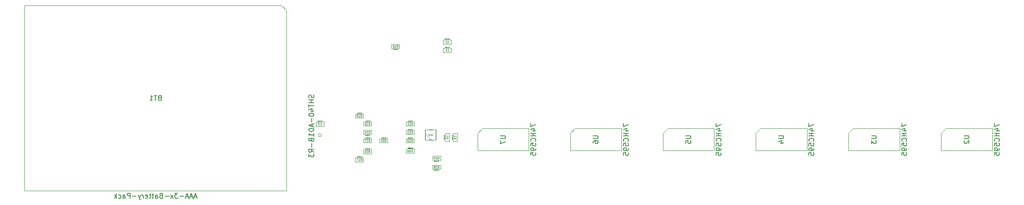
<source format=gbr>
G04 #@! TF.GenerationSoftware,KiCad,Pcbnew,(5.1.12)-1*
G04 #@! TF.CreationDate,2022-05-10T22:26:18-07:00*
G04 #@! TF.ProjectId,Spring2022,53707269-6e67-4323-9032-322e6b696361,rev?*
G04 #@! TF.SameCoordinates,PX3a2c940PY3fe56c0*
G04 #@! TF.FileFunction,AssemblyDrawing,Bot*
%FSLAX46Y46*%
G04 Gerber Fmt 4.6, Leading zero omitted, Abs format (unit mm)*
G04 Created by KiCad (PCBNEW (5.1.12)-1) date 2022-05-10 22:26:18*
%MOMM*%
%LPD*%
G01*
G04 APERTURE LIST*
%ADD10C,0.100000*%
%ADD11C,0.001000*%
%ADD12C,0.150000*%
%ADD13C,0.015000*%
%ADD14C,0.060000*%
%ADD15C,0.010000*%
G04 APERTURE END LIST*
D10*
G04 #@! TO.C,U12*
X90354500Y12420500D02*
X91624500Y11150500D01*
X91557000Y11150500D02*
X91811000Y11150500D01*
X91811000Y11150500D02*
X91811000Y11239400D01*
X91811000Y11239400D02*
X91557000Y11239400D01*
X91557000Y11239400D02*
X91557000Y11150500D01*
X91057000Y11150500D02*
X91311000Y11150500D01*
X91311000Y11150500D02*
X91311000Y11239400D01*
X91311000Y11239400D02*
X91057000Y11239400D01*
X91057000Y11239400D02*
X91057000Y11150500D01*
X90354500Y11607000D02*
X90354500Y11353000D01*
X90354500Y11353000D02*
X90443400Y11353000D01*
X90443400Y11353000D02*
X90443400Y11607000D01*
X90443400Y11607000D02*
X90354500Y11607000D01*
X90354500Y12107000D02*
X90354500Y11853000D01*
X90354500Y11853000D02*
X90443400Y11853000D01*
X90443400Y11853000D02*
X90443400Y12107000D01*
X90443400Y12107000D02*
X90354500Y12107000D01*
X90354500Y12607000D02*
X90354500Y12353000D01*
X90354500Y12353000D02*
X90443400Y12353000D01*
X90443400Y12353000D02*
X90443400Y12607000D01*
X90443400Y12607000D02*
X90354500Y12607000D01*
X90354500Y13107000D02*
X90354500Y12853000D01*
X90354500Y12853000D02*
X90443400Y12853000D01*
X90443400Y12853000D02*
X90443400Y13107000D01*
X90443400Y13107000D02*
X90354500Y13107000D01*
X91311000Y13309500D02*
X91057000Y13309500D01*
X91057000Y13309500D02*
X91057000Y13220600D01*
X91057000Y13220600D02*
X91311000Y13220600D01*
X91311000Y13220600D02*
X91311000Y13309500D01*
X91811000Y13309500D02*
X91557000Y13309500D01*
X91557000Y13309500D02*
X91557000Y13220600D01*
X91557000Y13220600D02*
X91811000Y13220600D01*
X91811000Y13220600D02*
X91811000Y13309500D01*
X92513500Y12853000D02*
X92513500Y13107000D01*
X92513500Y13107000D02*
X92424600Y13107000D01*
X92424600Y13107000D02*
X92424600Y12853000D01*
X92424600Y12853000D02*
X92513500Y12853000D01*
X92513500Y12353000D02*
X92513500Y12607000D01*
X92513500Y12607000D02*
X92424600Y12607000D01*
X92424600Y12607000D02*
X92424600Y12353000D01*
X92424600Y12353000D02*
X92513500Y12353000D01*
X92513500Y11853000D02*
X92513500Y12107000D01*
X92513500Y12107000D02*
X92424600Y12107000D01*
X92424600Y12107000D02*
X92424600Y11853000D01*
X92424600Y11853000D02*
X92513500Y11853000D01*
X92513500Y11353000D02*
X92513500Y11607000D01*
X92513500Y11607000D02*
X92424600Y11607000D01*
X92424600Y11607000D02*
X92424600Y11353000D01*
X92424600Y11353000D02*
X92513500Y11353000D01*
X90354500Y13309500D02*
X92513500Y13309500D01*
X92513500Y13309500D02*
X92513500Y13309500D01*
X92513500Y13309500D02*
X92513500Y11150500D01*
X92513500Y11150500D02*
X92513500Y11150500D01*
X92513500Y11150500D02*
X90354500Y11150500D01*
X90354500Y11150500D02*
X90354500Y11150500D01*
X90354500Y11150500D02*
X90354500Y13309500D01*
X90354500Y13309500D02*
X90354500Y13309500D01*
G04 #@! TO.C,U7*
X100880000Y12575000D02*
X100880000Y9025000D01*
X100880000Y9025000D02*
X111180000Y9025000D01*
X111180000Y9025000D02*
X111180000Y13575000D01*
X111180000Y13575000D02*
X101880000Y13575000D01*
X101880000Y13575000D02*
X100880000Y12575000D01*
G04 #@! TO.C,R30*
X81194000Y11462500D02*
X81194000Y10637500D01*
X81194000Y10637500D02*
X82794000Y10637500D01*
X82794000Y10637500D02*
X82794000Y11462500D01*
X82794000Y11462500D02*
X81194000Y11462500D01*
G04 #@! TO.C,U11*
X69484000Y12150000D02*
G75*
G03*
X69484000Y12150000I-300000J0D01*
G01*
G04 #@! TO.C,R29*
X93434000Y7117500D02*
X93434000Y7942500D01*
X93434000Y7942500D02*
X91834000Y7942500D01*
X91834000Y7942500D02*
X91834000Y7117500D01*
X91834000Y7117500D02*
X93434000Y7117500D01*
G04 #@! TO.C,R28*
X93434000Y5317500D02*
X93434000Y6142500D01*
X93434000Y6142500D02*
X91834000Y6142500D01*
X91834000Y6142500D02*
X91834000Y5317500D01*
X91834000Y5317500D02*
X93434000Y5317500D01*
G04 #@! TO.C,R27*
X77984000Y11462500D02*
X77984000Y10637500D01*
X77984000Y10637500D02*
X79584000Y10637500D01*
X79584000Y10637500D02*
X79584000Y11462500D01*
X79584000Y11462500D02*
X77984000Y11462500D01*
G04 #@! TO.C,R26*
X77964000Y9242500D02*
X77964000Y8417500D01*
X77964000Y8417500D02*
X79564000Y8417500D01*
X79564000Y8417500D02*
X79564000Y9242500D01*
X79564000Y9242500D02*
X77964000Y9242500D01*
G04 #@! TO.C,R25*
X77984000Y14862500D02*
X77984000Y14037500D01*
X77984000Y14037500D02*
X79584000Y14037500D01*
X79584000Y14037500D02*
X79584000Y14862500D01*
X79584000Y14862500D02*
X77984000Y14862500D01*
G04 #@! TO.C,R24*
X79584000Y12337500D02*
X79584000Y13162500D01*
X79584000Y13162500D02*
X77984000Y13162500D01*
X77984000Y13162500D02*
X77984000Y12337500D01*
X77984000Y12337500D02*
X79584000Y12337500D01*
G04 #@! TO.C,R23*
X86524000Y11462500D02*
X86524000Y10637500D01*
X86524000Y10637500D02*
X88124000Y10637500D01*
X88124000Y10637500D02*
X88124000Y11462500D01*
X88124000Y11462500D02*
X86524000Y11462500D01*
G04 #@! TO.C,R22*
X86524000Y13162500D02*
X86524000Y12337500D01*
X86524000Y12337500D02*
X88124000Y12337500D01*
X88124000Y12337500D02*
X88124000Y13162500D01*
X88124000Y13162500D02*
X86524000Y13162500D01*
G04 #@! TO.C,R21*
X86524000Y14862500D02*
X86524000Y14037500D01*
X86524000Y14037500D02*
X88124000Y14037500D01*
X88124000Y14037500D02*
X88124000Y14862500D01*
X88124000Y14862500D02*
X86524000Y14862500D01*
G04 #@! TO.C,R20*
X86524000Y9374500D02*
X86524000Y8549500D01*
X86524000Y8549500D02*
X88124000Y8549500D01*
X88124000Y8549500D02*
X88124000Y9374500D01*
X88124000Y9374500D02*
X86524000Y9374500D01*
G04 #@! TO.C,R19*
X85200000Y29687500D02*
X85200000Y30512500D01*
X85200000Y30512500D02*
X83600000Y30512500D01*
X83600000Y30512500D02*
X83600000Y29687500D01*
X83600000Y29687500D02*
X85200000Y29687500D01*
G04 #@! TO.C,R18*
X76340000Y16452500D02*
X76340000Y15627500D01*
X76340000Y15627500D02*
X77940000Y15627500D01*
X77940000Y15627500D02*
X77940000Y16452500D01*
X77940000Y16452500D02*
X76340000Y16452500D01*
G04 #@! TO.C,R17*
X76310000Y7642500D02*
X76310000Y6817500D01*
X76310000Y6817500D02*
X77910000Y6817500D01*
X77910000Y6817500D02*
X77910000Y7642500D01*
X77910000Y7642500D02*
X76310000Y7642500D01*
G04 #@! TO.C,C5*
X96034000Y12530000D02*
X96034000Y10930000D01*
X96834000Y12530000D02*
X96034000Y12530000D01*
X96834000Y10930000D02*
X96834000Y12530000D01*
X96034000Y10930000D02*
X96834000Y10930000D01*
G04 #@! TO.C,C4*
X94434000Y12555000D02*
X94434000Y10955000D01*
X95234000Y12555000D02*
X94434000Y12555000D01*
X95234000Y10955000D02*
X95234000Y12555000D01*
X94434000Y10955000D02*
X95234000Y10955000D01*
G04 #@! TO.C,C3*
X69980000Y14810000D02*
X68380000Y14810000D01*
X69980000Y14010000D02*
X69980000Y14810000D01*
X68380000Y14010000D02*
X69980000Y14010000D01*
X68380000Y14810000D02*
X68380000Y14010000D01*
G04 #@! TO.C,C2*
X95596000Y31384000D02*
X93996000Y31384000D01*
X95596000Y30584000D02*
X95596000Y31384000D01*
X93996000Y30584000D02*
X95596000Y30584000D01*
X93996000Y31384000D02*
X93996000Y30584000D01*
G04 #@! TO.C,C1*
X95576000Y29694000D02*
X93976000Y29694000D01*
X95576000Y28894000D02*
X95576000Y29694000D01*
X93976000Y28894000D02*
X95576000Y28894000D01*
X93976000Y29694000D02*
X93976000Y28894000D01*
G04 #@! TO.C,BT1*
X61490000Y38400000D02*
X9860000Y38400000D01*
X9860000Y38400000D02*
X9860000Y900000D01*
X9860000Y900000D02*
X62490000Y900000D01*
X62490000Y900000D02*
X62490000Y37400000D01*
X62490000Y37400000D02*
X61490000Y38400000D01*
G04 #@! TO.C,U6*
X119520000Y12575000D02*
X119520000Y9025000D01*
X119520000Y9025000D02*
X129820000Y9025000D01*
X129820000Y9025000D02*
X129820000Y13575000D01*
X129820000Y13575000D02*
X120520000Y13575000D01*
X120520000Y13575000D02*
X119520000Y12575000D01*
G04 #@! TO.C,U5*
X138160000Y12575000D02*
X138160000Y9025000D01*
X138160000Y9025000D02*
X148460000Y9025000D01*
X148460000Y9025000D02*
X148460000Y13575000D01*
X148460000Y13575000D02*
X139160000Y13575000D01*
X139160000Y13575000D02*
X138160000Y12575000D01*
G04 #@! TO.C,U4*
X156800000Y12575000D02*
X156800000Y9025000D01*
X156800000Y9025000D02*
X167100000Y9025000D01*
X167100000Y9025000D02*
X167100000Y13575000D01*
X167100000Y13575000D02*
X157800000Y13575000D01*
X157800000Y13575000D02*
X156800000Y12575000D01*
G04 #@! TO.C,U3*
X175440000Y12575000D02*
X175440000Y9025000D01*
X175440000Y9025000D02*
X185740000Y9025000D01*
X185740000Y9025000D02*
X185740000Y13575000D01*
X185740000Y13575000D02*
X176440000Y13575000D01*
X176440000Y13575000D02*
X175440000Y12575000D01*
G04 #@! TO.C,U2*
X194080000Y12575000D02*
X194080000Y9025000D01*
X194080000Y9025000D02*
X204380000Y9025000D01*
X204380000Y9025000D02*
X204380000Y13575000D01*
X204380000Y13575000D02*
X195080000Y13575000D01*
X195080000Y13575000D02*
X194080000Y12575000D01*
G04 #@! TD*
G04 #@! TO.C,U12*
D11*
X91824000Y12224762D02*
X91871619Y12224762D01*
X91871619Y12324762D01*
X91738285Y12320000D02*
X91747809Y12324762D01*
X91762095Y12324762D01*
X91776380Y12320000D01*
X91785904Y12310477D01*
X91790666Y12300953D01*
X91795428Y12281905D01*
X91795428Y12267620D01*
X91790666Y12248572D01*
X91785904Y12239048D01*
X91776380Y12229524D01*
X91762095Y12224762D01*
X91752571Y12224762D01*
X91738285Y12229524D01*
X91733523Y12234286D01*
X91733523Y12267620D01*
X91752571Y12267620D01*
X91695428Y12253334D02*
X91647809Y12253334D01*
X91704952Y12224762D02*
X91671619Y12324762D01*
X91638285Y12224762D01*
X91604952Y12262858D02*
X91528761Y12262858D01*
X91428761Y12224762D02*
X91485904Y12224762D01*
X91457333Y12224762D02*
X91457333Y12324762D01*
X91466857Y12310477D01*
X91476380Y12300953D01*
X91485904Y12296191D01*
X91390666Y12315239D02*
X91385904Y12320000D01*
X91376380Y12324762D01*
X91352571Y12324762D01*
X91343047Y12320000D01*
X91338285Y12315239D01*
X91333523Y12305715D01*
X91333523Y12296191D01*
X91338285Y12281905D01*
X91395428Y12224762D01*
X91333523Y12224762D01*
X91314476Y12215239D02*
X91238285Y12215239D01*
X91219238Y12229524D02*
X91204952Y12224762D01*
X91181142Y12224762D01*
X91171619Y12229524D01*
X91166857Y12234286D01*
X91162095Y12243810D01*
X91162095Y12253334D01*
X91166857Y12262858D01*
X91171619Y12267620D01*
X91181142Y12272381D01*
X91200190Y12277143D01*
X91209714Y12281905D01*
X91214476Y12286667D01*
X91219238Y12296191D01*
X91219238Y12305715D01*
X91214476Y12315239D01*
X91209714Y12320000D01*
X91200190Y12324762D01*
X91176380Y12324762D01*
X91162095Y12320000D01*
X91133523Y12324762D02*
X91076380Y12324762D01*
X91104952Y12224762D02*
X91104952Y12324762D01*
X91043047Y12224762D02*
X91043047Y12324762D01*
X91009714Y12253334D01*
X90976380Y12324762D01*
X90976380Y12224762D01*
G04 #@! TO.C,U7*
D12*
X111582380Y14561905D02*
X111582380Y13895239D01*
X112582380Y14323810D01*
X111915714Y13085715D02*
X112582380Y13085715D01*
X111534761Y13323810D02*
X112249047Y13561905D01*
X112249047Y12942858D01*
X112582380Y12561905D02*
X111582380Y12561905D01*
X112058571Y12561905D02*
X112058571Y11990477D01*
X112582380Y11990477D02*
X111582380Y11990477D01*
X112487142Y10942858D02*
X112534761Y10990477D01*
X112582380Y11133334D01*
X112582380Y11228572D01*
X112534761Y11371429D01*
X112439523Y11466667D01*
X112344285Y11514286D01*
X112153809Y11561905D01*
X112010952Y11561905D01*
X111820476Y11514286D01*
X111725238Y11466667D01*
X111630000Y11371429D01*
X111582380Y11228572D01*
X111582380Y11133334D01*
X111630000Y10990477D01*
X111677619Y10942858D01*
X111582380Y10038096D02*
X111582380Y10514286D01*
X112058571Y10561905D01*
X112010952Y10514286D01*
X111963333Y10419048D01*
X111963333Y10180953D01*
X112010952Y10085715D01*
X112058571Y10038096D01*
X112153809Y9990477D01*
X112391904Y9990477D01*
X112487142Y10038096D01*
X112534761Y10085715D01*
X112582380Y10180953D01*
X112582380Y10419048D01*
X112534761Y10514286D01*
X112487142Y10561905D01*
X112582380Y9514286D02*
X112582380Y9323810D01*
X112534761Y9228572D01*
X112487142Y9180953D01*
X112344285Y9085715D01*
X112153809Y9038096D01*
X111772857Y9038096D01*
X111677619Y9085715D01*
X111630000Y9133334D01*
X111582380Y9228572D01*
X111582380Y9419048D01*
X111630000Y9514286D01*
X111677619Y9561905D01*
X111772857Y9609524D01*
X112010952Y9609524D01*
X112106190Y9561905D01*
X112153809Y9514286D01*
X112201428Y9419048D01*
X112201428Y9228572D01*
X112153809Y9133334D01*
X112106190Y9085715D01*
X112010952Y9038096D01*
X111582380Y8133334D02*
X111582380Y8609524D01*
X112058571Y8657143D01*
X112010952Y8609524D01*
X111963333Y8514286D01*
X111963333Y8276191D01*
X112010952Y8180953D01*
X112058571Y8133334D01*
X112153809Y8085715D01*
X112391904Y8085715D01*
X112487142Y8133334D01*
X112534761Y8180953D01*
X112582380Y8276191D01*
X112582380Y8514286D01*
X112534761Y8609524D01*
X112487142Y8657143D01*
X105482380Y12061905D02*
X106291904Y12061905D01*
X106387142Y12014286D01*
X106434761Y11966667D01*
X106482380Y11871429D01*
X106482380Y11680953D01*
X106434761Y11585715D01*
X106387142Y11538096D01*
X106291904Y11490477D01*
X105482380Y11490477D01*
X105482380Y11109524D02*
X105482380Y10442858D01*
X106482380Y10871429D01*
G04 #@! TO.C,R30*
D13*
X82508285Y11604762D02*
X82508285Y11704762D01*
X82470190Y11704762D01*
X82460666Y11700000D01*
X82455904Y11695239D01*
X82451142Y11685715D01*
X82451142Y11671429D01*
X82455904Y11661905D01*
X82460666Y11657143D01*
X82470190Y11652381D01*
X82508285Y11652381D01*
X82360666Y11604762D02*
X82408285Y11604762D01*
X82408285Y11704762D01*
X82327333Y11604762D02*
X82327333Y11704762D01*
X82289238Y11704762D01*
X82279714Y11700000D01*
X82274952Y11695239D01*
X82270190Y11685715D01*
X82270190Y11671429D01*
X82274952Y11661905D01*
X82279714Y11657143D01*
X82289238Y11652381D01*
X82327333Y11652381D01*
X82227333Y11642858D02*
X82151142Y11642858D01*
X82084476Y11704762D02*
X82074952Y11704762D01*
X82065428Y11700000D01*
X82060666Y11695239D01*
X82055904Y11685715D01*
X82051142Y11666667D01*
X82051142Y11642858D01*
X82055904Y11623810D01*
X82060666Y11614286D01*
X82065428Y11609524D01*
X82074952Y11604762D01*
X82084476Y11604762D01*
X82094000Y11609524D01*
X82098761Y11614286D01*
X82103523Y11623810D01*
X82108285Y11642858D01*
X82108285Y11666667D01*
X82103523Y11685715D01*
X82098761Y11695239D01*
X82094000Y11700000D01*
X82084476Y11704762D01*
X81989238Y11704762D02*
X81979714Y11704762D01*
X81970190Y11700000D01*
X81965428Y11695239D01*
X81960666Y11685715D01*
X81955904Y11666667D01*
X81955904Y11642858D01*
X81960666Y11623810D01*
X81965428Y11614286D01*
X81970190Y11609524D01*
X81979714Y11604762D01*
X81989238Y11604762D01*
X81998761Y11609524D01*
X82003523Y11614286D01*
X82008285Y11623810D01*
X82013047Y11642858D01*
X82013047Y11666667D01*
X82008285Y11685715D01*
X82003523Y11695239D01*
X81998761Y11700000D01*
X81989238Y11704762D01*
X81894000Y11704762D02*
X81884476Y11704762D01*
X81874952Y11700000D01*
X81870190Y11695239D01*
X81865428Y11685715D01*
X81860666Y11666667D01*
X81860666Y11642858D01*
X81865428Y11623810D01*
X81870190Y11614286D01*
X81874952Y11609524D01*
X81884476Y11604762D01*
X81894000Y11604762D01*
X81903523Y11609524D01*
X81908285Y11614286D01*
X81913047Y11623810D01*
X81917809Y11642858D01*
X81917809Y11666667D01*
X81913047Y11685715D01*
X81908285Y11695239D01*
X81903523Y11700000D01*
X81894000Y11704762D01*
X81798761Y11704762D02*
X81789238Y11704762D01*
X81779714Y11700000D01*
X81774952Y11695239D01*
X81770190Y11685715D01*
X81765428Y11666667D01*
X81765428Y11642858D01*
X81770190Y11623810D01*
X81774952Y11614286D01*
X81779714Y11609524D01*
X81789238Y11604762D01*
X81798761Y11604762D01*
X81808285Y11609524D01*
X81813047Y11614286D01*
X81817809Y11623810D01*
X81822571Y11642858D01*
X81822571Y11666667D01*
X81817809Y11685715D01*
X81813047Y11695239D01*
X81808285Y11700000D01*
X81798761Y11704762D01*
X81717809Y11604762D02*
X81698761Y11604762D01*
X81689238Y11609524D01*
X81684476Y11614286D01*
X81674952Y11628572D01*
X81670190Y11647620D01*
X81670190Y11685715D01*
X81674952Y11695239D01*
X81679714Y11700000D01*
X81689238Y11704762D01*
X81708285Y11704762D01*
X81717809Y11700000D01*
X81722571Y11695239D01*
X81727333Y11685715D01*
X81727333Y11661905D01*
X81722571Y11652381D01*
X81717809Y11647620D01*
X81708285Y11642858D01*
X81689238Y11642858D01*
X81679714Y11647620D01*
X81674952Y11652381D01*
X81670190Y11661905D01*
X81574952Y11604762D02*
X81632095Y11604762D01*
X81603523Y11604762D02*
X81603523Y11704762D01*
X81613047Y11690477D01*
X81622571Y11680953D01*
X81632095Y11676191D01*
D14*
X82251142Y10869048D02*
X82384476Y11059524D01*
X82479714Y10869048D02*
X82479714Y11269048D01*
X82327333Y11269048D01*
X82289238Y11250000D01*
X82270190Y11230953D01*
X82251142Y11192858D01*
X82251142Y11135715D01*
X82270190Y11097620D01*
X82289238Y11078572D01*
X82327333Y11059524D01*
X82479714Y11059524D01*
X82117809Y11269048D02*
X81870190Y11269048D01*
X82003523Y11116667D01*
X81946380Y11116667D01*
X81908285Y11097620D01*
X81889238Y11078572D01*
X81870190Y11040477D01*
X81870190Y10945239D01*
X81889238Y10907143D01*
X81908285Y10888096D01*
X81946380Y10869048D01*
X82060666Y10869048D01*
X82098761Y10888096D01*
X82117809Y10907143D01*
X81622571Y11269048D02*
X81584476Y11269048D01*
X81546380Y11250000D01*
X81527333Y11230953D01*
X81508285Y11192858D01*
X81489238Y11116667D01*
X81489238Y11021429D01*
X81508285Y10945239D01*
X81527333Y10907143D01*
X81546380Y10888096D01*
X81584476Y10869048D01*
X81622571Y10869048D01*
X81660666Y10888096D01*
X81679714Y10907143D01*
X81698761Y10945239D01*
X81717809Y11021429D01*
X81717809Y11116667D01*
X81698761Y11192858D01*
X81679714Y11230953D01*
X81660666Y11250000D01*
X81622571Y11269048D01*
G04 #@! TO.C,U11*
D12*
X67923761Y20286905D02*
X67971380Y20144048D01*
X67971380Y19905953D01*
X67923761Y19810715D01*
X67876142Y19763096D01*
X67780904Y19715477D01*
X67685666Y19715477D01*
X67590428Y19763096D01*
X67542809Y19810715D01*
X67495190Y19905953D01*
X67447571Y20096429D01*
X67399952Y20191667D01*
X67352333Y20239286D01*
X67257095Y20286905D01*
X67161857Y20286905D01*
X67066619Y20239286D01*
X67019000Y20191667D01*
X66971380Y20096429D01*
X66971380Y19858334D01*
X67019000Y19715477D01*
X67971380Y19286905D02*
X66971380Y19286905D01*
X67447571Y19286905D02*
X67447571Y18715477D01*
X67971380Y18715477D02*
X66971380Y18715477D01*
X66971380Y18382143D02*
X66971380Y17810715D01*
X67971380Y18096429D02*
X66971380Y18096429D01*
X67304714Y17048810D02*
X67971380Y17048810D01*
X66923761Y17286905D02*
X67638047Y17525000D01*
X67638047Y16905953D01*
X66971380Y16334524D02*
X66971380Y16239286D01*
X67019000Y16144048D01*
X67066619Y16096429D01*
X67161857Y16048810D01*
X67352333Y16001191D01*
X67590428Y16001191D01*
X67780904Y16048810D01*
X67876142Y16096429D01*
X67923761Y16144048D01*
X67971380Y16239286D01*
X67971380Y16334524D01*
X67923761Y16429762D01*
X67876142Y16477381D01*
X67780904Y16525000D01*
X67590428Y16572620D01*
X67352333Y16572620D01*
X67161857Y16525000D01*
X67066619Y16477381D01*
X67019000Y16429762D01*
X66971380Y16334524D01*
X67590428Y15572620D02*
X67590428Y14810715D01*
X67685666Y14382143D02*
X67685666Y13905953D01*
X67971380Y14477381D02*
X66971380Y14144048D01*
X67971380Y13810715D01*
X67971380Y13477381D02*
X66971380Y13477381D01*
X66971380Y13239286D01*
X67019000Y13096429D01*
X67114238Y13001191D01*
X67209476Y12953572D01*
X67399952Y12905953D01*
X67542809Y12905953D01*
X67733285Y12953572D01*
X67828523Y13001191D01*
X67923761Y13096429D01*
X67971380Y13239286D01*
X67971380Y13477381D01*
X67971380Y11953572D02*
X67971380Y12525000D01*
X67971380Y12239286D02*
X66971380Y12239286D01*
X67114238Y12334524D01*
X67209476Y12429762D01*
X67257095Y12525000D01*
X67447571Y11191667D02*
X67495190Y11048810D01*
X67542809Y11001191D01*
X67638047Y10953572D01*
X67780904Y10953572D01*
X67876142Y11001191D01*
X67923761Y11048810D01*
X67971380Y11144048D01*
X67971380Y11525000D01*
X66971380Y11525000D01*
X66971380Y11191667D01*
X67019000Y11096429D01*
X67066619Y11048810D01*
X67161857Y11001191D01*
X67257095Y11001191D01*
X67352333Y11048810D01*
X67399952Y11096429D01*
X67447571Y11191667D01*
X67447571Y11525000D01*
X67590428Y10525000D02*
X67590428Y9763096D01*
X67971380Y8715477D02*
X67495190Y9048810D01*
X67971380Y9286905D02*
X66971380Y9286905D01*
X66971380Y8905953D01*
X67019000Y8810715D01*
X67066619Y8763096D01*
X67161857Y8715477D01*
X67304714Y8715477D01*
X67399952Y8763096D01*
X67447571Y8810715D01*
X67495190Y8905953D01*
X67495190Y9286905D01*
X66971380Y8382143D02*
X66971380Y7763096D01*
X67352333Y8096429D01*
X67352333Y7953572D01*
X67399952Y7858334D01*
X67447571Y7810715D01*
X67542809Y7763096D01*
X67780904Y7763096D01*
X67876142Y7810715D01*
X67923761Y7858334D01*
X67971380Y7953572D01*
X67971380Y8239286D01*
X67923761Y8334524D01*
X67876142Y8382143D01*
G04 #@! TO.C,R29*
D13*
X93048285Y6884762D02*
X93048285Y6984762D01*
X93010190Y6984762D01*
X93000666Y6980000D01*
X92995904Y6975239D01*
X92991142Y6965715D01*
X92991142Y6951429D01*
X92995904Y6941905D01*
X93000666Y6937143D01*
X93010190Y6932381D01*
X93048285Y6932381D01*
X92900666Y6884762D02*
X92948285Y6884762D01*
X92948285Y6984762D01*
X92867333Y6884762D02*
X92867333Y6984762D01*
X92829238Y6984762D01*
X92819714Y6980000D01*
X92814952Y6975239D01*
X92810190Y6965715D01*
X92810190Y6951429D01*
X92814952Y6941905D01*
X92819714Y6937143D01*
X92829238Y6932381D01*
X92867333Y6932381D01*
X92767333Y6922858D02*
X92691142Y6922858D01*
X92624476Y6984762D02*
X92614952Y6984762D01*
X92605428Y6980000D01*
X92600666Y6975239D01*
X92595904Y6965715D01*
X92591142Y6946667D01*
X92591142Y6922858D01*
X92595904Y6903810D01*
X92600666Y6894286D01*
X92605428Y6889524D01*
X92614952Y6884762D01*
X92624476Y6884762D01*
X92634000Y6889524D01*
X92638761Y6894286D01*
X92643523Y6903810D01*
X92648285Y6922858D01*
X92648285Y6946667D01*
X92643523Y6965715D01*
X92638761Y6975239D01*
X92634000Y6980000D01*
X92624476Y6984762D01*
X92529238Y6984762D02*
X92519714Y6984762D01*
X92510190Y6980000D01*
X92505428Y6975239D01*
X92500666Y6965715D01*
X92495904Y6946667D01*
X92495904Y6922858D01*
X92500666Y6903810D01*
X92505428Y6894286D01*
X92510190Y6889524D01*
X92519714Y6884762D01*
X92529238Y6884762D01*
X92538761Y6889524D01*
X92543523Y6894286D01*
X92548285Y6903810D01*
X92553047Y6922858D01*
X92553047Y6946667D01*
X92548285Y6965715D01*
X92543523Y6975239D01*
X92538761Y6980000D01*
X92529238Y6984762D01*
X92434000Y6984762D02*
X92424476Y6984762D01*
X92414952Y6980000D01*
X92410190Y6975239D01*
X92405428Y6965715D01*
X92400666Y6946667D01*
X92400666Y6922858D01*
X92405428Y6903810D01*
X92410190Y6894286D01*
X92414952Y6889524D01*
X92424476Y6884762D01*
X92434000Y6884762D01*
X92443523Y6889524D01*
X92448285Y6894286D01*
X92453047Y6903810D01*
X92457809Y6922858D01*
X92457809Y6946667D01*
X92453047Y6965715D01*
X92448285Y6975239D01*
X92443523Y6980000D01*
X92434000Y6984762D01*
X92338761Y6984762D02*
X92329238Y6984762D01*
X92319714Y6980000D01*
X92314952Y6975239D01*
X92310190Y6965715D01*
X92305428Y6946667D01*
X92305428Y6922858D01*
X92310190Y6903810D01*
X92314952Y6894286D01*
X92319714Y6889524D01*
X92329238Y6884762D01*
X92338761Y6884762D01*
X92348285Y6889524D01*
X92353047Y6894286D01*
X92357809Y6903810D01*
X92362571Y6922858D01*
X92362571Y6946667D01*
X92357809Y6965715D01*
X92353047Y6975239D01*
X92348285Y6980000D01*
X92338761Y6984762D01*
X92267333Y6975239D02*
X92262571Y6980000D01*
X92253047Y6984762D01*
X92229238Y6984762D01*
X92219714Y6980000D01*
X92214952Y6975239D01*
X92210190Y6965715D01*
X92210190Y6956191D01*
X92214952Y6941905D01*
X92272095Y6884762D01*
X92210190Y6884762D01*
X92162571Y6884762D02*
X92143523Y6884762D01*
X92134000Y6889524D01*
X92129238Y6894286D01*
X92119714Y6908572D01*
X92114952Y6927620D01*
X92114952Y6965715D01*
X92119714Y6975239D01*
X92124476Y6980000D01*
X92134000Y6984762D01*
X92153047Y6984762D01*
X92162571Y6980000D01*
X92167333Y6975239D01*
X92172095Y6965715D01*
X92172095Y6941905D01*
X92167333Y6932381D01*
X92162571Y6927620D01*
X92153047Y6922858D01*
X92134000Y6922858D01*
X92124476Y6927620D01*
X92119714Y6932381D01*
X92114952Y6941905D01*
D14*
X92891142Y7349048D02*
X93024476Y7539524D01*
X93119714Y7349048D02*
X93119714Y7749048D01*
X92967333Y7749048D01*
X92929238Y7730000D01*
X92910190Y7710953D01*
X92891142Y7672858D01*
X92891142Y7615715D01*
X92910190Y7577620D01*
X92929238Y7558572D01*
X92967333Y7539524D01*
X93119714Y7539524D01*
X92738761Y7710953D02*
X92719714Y7730000D01*
X92681619Y7749048D01*
X92586380Y7749048D01*
X92548285Y7730000D01*
X92529238Y7710953D01*
X92510190Y7672858D01*
X92510190Y7634762D01*
X92529238Y7577620D01*
X92757809Y7349048D01*
X92510190Y7349048D01*
X92319714Y7349048D02*
X92243523Y7349048D01*
X92205428Y7368096D01*
X92186380Y7387143D01*
X92148285Y7444286D01*
X92129238Y7520477D01*
X92129238Y7672858D01*
X92148285Y7710953D01*
X92167333Y7730000D01*
X92205428Y7749048D01*
X92281619Y7749048D01*
X92319714Y7730000D01*
X92338761Y7710953D01*
X92357809Y7672858D01*
X92357809Y7577620D01*
X92338761Y7539524D01*
X92319714Y7520477D01*
X92281619Y7501429D01*
X92205428Y7501429D01*
X92167333Y7520477D01*
X92148285Y7539524D01*
X92129238Y7577620D01*
G04 #@! TO.C,R28*
D13*
X93048285Y5084762D02*
X93048285Y5184762D01*
X93010190Y5184762D01*
X93000666Y5180000D01*
X92995904Y5175239D01*
X92991142Y5165715D01*
X92991142Y5151429D01*
X92995904Y5141905D01*
X93000666Y5137143D01*
X93010190Y5132381D01*
X93048285Y5132381D01*
X92900666Y5084762D02*
X92948285Y5084762D01*
X92948285Y5184762D01*
X92867333Y5084762D02*
X92867333Y5184762D01*
X92829238Y5184762D01*
X92819714Y5180000D01*
X92814952Y5175239D01*
X92810190Y5165715D01*
X92810190Y5151429D01*
X92814952Y5141905D01*
X92819714Y5137143D01*
X92829238Y5132381D01*
X92867333Y5132381D01*
X92767333Y5122858D02*
X92691142Y5122858D01*
X92624476Y5184762D02*
X92614952Y5184762D01*
X92605428Y5180000D01*
X92600666Y5175239D01*
X92595904Y5165715D01*
X92591142Y5146667D01*
X92591142Y5122858D01*
X92595904Y5103810D01*
X92600666Y5094286D01*
X92605428Y5089524D01*
X92614952Y5084762D01*
X92624476Y5084762D01*
X92634000Y5089524D01*
X92638761Y5094286D01*
X92643523Y5103810D01*
X92648285Y5122858D01*
X92648285Y5146667D01*
X92643523Y5165715D01*
X92638761Y5175239D01*
X92634000Y5180000D01*
X92624476Y5184762D01*
X92529238Y5184762D02*
X92519714Y5184762D01*
X92510190Y5180000D01*
X92505428Y5175239D01*
X92500666Y5165715D01*
X92495904Y5146667D01*
X92495904Y5122858D01*
X92500666Y5103810D01*
X92505428Y5094286D01*
X92510190Y5089524D01*
X92519714Y5084762D01*
X92529238Y5084762D01*
X92538761Y5089524D01*
X92543523Y5094286D01*
X92548285Y5103810D01*
X92553047Y5122858D01*
X92553047Y5146667D01*
X92548285Y5165715D01*
X92543523Y5175239D01*
X92538761Y5180000D01*
X92529238Y5184762D01*
X92434000Y5184762D02*
X92424476Y5184762D01*
X92414952Y5180000D01*
X92410190Y5175239D01*
X92405428Y5165715D01*
X92400666Y5146667D01*
X92400666Y5122858D01*
X92405428Y5103810D01*
X92410190Y5094286D01*
X92414952Y5089524D01*
X92424476Y5084762D01*
X92434000Y5084762D01*
X92443523Y5089524D01*
X92448285Y5094286D01*
X92453047Y5103810D01*
X92457809Y5122858D01*
X92457809Y5146667D01*
X92453047Y5165715D01*
X92448285Y5175239D01*
X92443523Y5180000D01*
X92434000Y5184762D01*
X92338761Y5184762D02*
X92329238Y5184762D01*
X92319714Y5180000D01*
X92314952Y5175239D01*
X92310190Y5165715D01*
X92305428Y5146667D01*
X92305428Y5122858D01*
X92310190Y5103810D01*
X92314952Y5094286D01*
X92319714Y5089524D01*
X92329238Y5084762D01*
X92338761Y5084762D01*
X92348285Y5089524D01*
X92353047Y5094286D01*
X92357809Y5103810D01*
X92362571Y5122858D01*
X92362571Y5146667D01*
X92357809Y5165715D01*
X92353047Y5175239D01*
X92348285Y5180000D01*
X92338761Y5184762D01*
X92267333Y5175239D02*
X92262571Y5180000D01*
X92253047Y5184762D01*
X92229238Y5184762D01*
X92219714Y5180000D01*
X92214952Y5175239D01*
X92210190Y5165715D01*
X92210190Y5156191D01*
X92214952Y5141905D01*
X92272095Y5084762D01*
X92210190Y5084762D01*
X92162571Y5084762D02*
X92143523Y5084762D01*
X92134000Y5089524D01*
X92129238Y5094286D01*
X92119714Y5108572D01*
X92114952Y5127620D01*
X92114952Y5165715D01*
X92119714Y5175239D01*
X92124476Y5180000D01*
X92134000Y5184762D01*
X92153047Y5184762D01*
X92162571Y5180000D01*
X92167333Y5175239D01*
X92172095Y5165715D01*
X92172095Y5141905D01*
X92167333Y5132381D01*
X92162571Y5127620D01*
X92153047Y5122858D01*
X92134000Y5122858D01*
X92124476Y5127620D01*
X92119714Y5132381D01*
X92114952Y5141905D01*
D14*
X92891142Y5549048D02*
X93024476Y5739524D01*
X93119714Y5549048D02*
X93119714Y5949048D01*
X92967333Y5949048D01*
X92929238Y5930000D01*
X92910190Y5910953D01*
X92891142Y5872858D01*
X92891142Y5815715D01*
X92910190Y5777620D01*
X92929238Y5758572D01*
X92967333Y5739524D01*
X93119714Y5739524D01*
X92738761Y5910953D02*
X92719714Y5930000D01*
X92681619Y5949048D01*
X92586380Y5949048D01*
X92548285Y5930000D01*
X92529238Y5910953D01*
X92510190Y5872858D01*
X92510190Y5834762D01*
X92529238Y5777620D01*
X92757809Y5549048D01*
X92510190Y5549048D01*
X92281619Y5777620D02*
X92319714Y5796667D01*
X92338761Y5815715D01*
X92357809Y5853810D01*
X92357809Y5872858D01*
X92338761Y5910953D01*
X92319714Y5930000D01*
X92281619Y5949048D01*
X92205428Y5949048D01*
X92167333Y5930000D01*
X92148285Y5910953D01*
X92129238Y5872858D01*
X92129238Y5853810D01*
X92148285Y5815715D01*
X92167333Y5796667D01*
X92205428Y5777620D01*
X92281619Y5777620D01*
X92319714Y5758572D01*
X92338761Y5739524D01*
X92357809Y5701429D01*
X92357809Y5625239D01*
X92338761Y5587143D01*
X92319714Y5568096D01*
X92281619Y5549048D01*
X92205428Y5549048D01*
X92167333Y5568096D01*
X92148285Y5587143D01*
X92129238Y5625239D01*
X92129238Y5701429D01*
X92148285Y5739524D01*
X92167333Y5758572D01*
X92205428Y5777620D01*
G04 #@! TO.C,R27*
D13*
X79298285Y11604762D02*
X79298285Y11704762D01*
X79260190Y11704762D01*
X79250666Y11700000D01*
X79245904Y11695239D01*
X79241142Y11685715D01*
X79241142Y11671429D01*
X79245904Y11661905D01*
X79250666Y11657143D01*
X79260190Y11652381D01*
X79298285Y11652381D01*
X79150666Y11604762D02*
X79198285Y11604762D01*
X79198285Y11704762D01*
X79117333Y11604762D02*
X79117333Y11704762D01*
X79079238Y11704762D01*
X79069714Y11700000D01*
X79064952Y11695239D01*
X79060190Y11685715D01*
X79060190Y11671429D01*
X79064952Y11661905D01*
X79069714Y11657143D01*
X79079238Y11652381D01*
X79117333Y11652381D01*
X79017333Y11642858D02*
X78941142Y11642858D01*
X78874476Y11704762D02*
X78864952Y11704762D01*
X78855428Y11700000D01*
X78850666Y11695239D01*
X78845904Y11685715D01*
X78841142Y11666667D01*
X78841142Y11642858D01*
X78845904Y11623810D01*
X78850666Y11614286D01*
X78855428Y11609524D01*
X78864952Y11604762D01*
X78874476Y11604762D01*
X78884000Y11609524D01*
X78888761Y11614286D01*
X78893523Y11623810D01*
X78898285Y11642858D01*
X78898285Y11666667D01*
X78893523Y11685715D01*
X78888761Y11695239D01*
X78884000Y11700000D01*
X78874476Y11704762D01*
X78779238Y11704762D02*
X78769714Y11704762D01*
X78760190Y11700000D01*
X78755428Y11695239D01*
X78750666Y11685715D01*
X78745904Y11666667D01*
X78745904Y11642858D01*
X78750666Y11623810D01*
X78755428Y11614286D01*
X78760190Y11609524D01*
X78769714Y11604762D01*
X78779238Y11604762D01*
X78788761Y11609524D01*
X78793523Y11614286D01*
X78798285Y11623810D01*
X78803047Y11642858D01*
X78803047Y11666667D01*
X78798285Y11685715D01*
X78793523Y11695239D01*
X78788761Y11700000D01*
X78779238Y11704762D01*
X78684000Y11704762D02*
X78674476Y11704762D01*
X78664952Y11700000D01*
X78660190Y11695239D01*
X78655428Y11685715D01*
X78650666Y11666667D01*
X78650666Y11642858D01*
X78655428Y11623810D01*
X78660190Y11614286D01*
X78664952Y11609524D01*
X78674476Y11604762D01*
X78684000Y11604762D01*
X78693523Y11609524D01*
X78698285Y11614286D01*
X78703047Y11623810D01*
X78707809Y11642858D01*
X78707809Y11666667D01*
X78703047Y11685715D01*
X78698285Y11695239D01*
X78693523Y11700000D01*
X78684000Y11704762D01*
X78588761Y11704762D02*
X78579238Y11704762D01*
X78569714Y11700000D01*
X78564952Y11695239D01*
X78560190Y11685715D01*
X78555428Y11666667D01*
X78555428Y11642858D01*
X78560190Y11623810D01*
X78564952Y11614286D01*
X78569714Y11609524D01*
X78579238Y11604762D01*
X78588761Y11604762D01*
X78598285Y11609524D01*
X78603047Y11614286D01*
X78607809Y11623810D01*
X78612571Y11642858D01*
X78612571Y11666667D01*
X78607809Y11685715D01*
X78603047Y11695239D01*
X78598285Y11700000D01*
X78588761Y11704762D01*
X78517333Y11695239D02*
X78512571Y11700000D01*
X78503047Y11704762D01*
X78479238Y11704762D01*
X78469714Y11700000D01*
X78464952Y11695239D01*
X78460190Y11685715D01*
X78460190Y11676191D01*
X78464952Y11661905D01*
X78522095Y11604762D01*
X78460190Y11604762D01*
X78412571Y11604762D02*
X78393523Y11604762D01*
X78384000Y11609524D01*
X78379238Y11614286D01*
X78369714Y11628572D01*
X78364952Y11647620D01*
X78364952Y11685715D01*
X78369714Y11695239D01*
X78374476Y11700000D01*
X78384000Y11704762D01*
X78403047Y11704762D01*
X78412571Y11700000D01*
X78417333Y11695239D01*
X78422095Y11685715D01*
X78422095Y11661905D01*
X78417333Y11652381D01*
X78412571Y11647620D01*
X78403047Y11642858D01*
X78384000Y11642858D01*
X78374476Y11647620D01*
X78369714Y11652381D01*
X78364952Y11661905D01*
D14*
X79041142Y10869048D02*
X79174476Y11059524D01*
X79269714Y10869048D02*
X79269714Y11269048D01*
X79117333Y11269048D01*
X79079238Y11250000D01*
X79060190Y11230953D01*
X79041142Y11192858D01*
X79041142Y11135715D01*
X79060190Y11097620D01*
X79079238Y11078572D01*
X79117333Y11059524D01*
X79269714Y11059524D01*
X78888761Y11230953D02*
X78869714Y11250000D01*
X78831619Y11269048D01*
X78736380Y11269048D01*
X78698285Y11250000D01*
X78679238Y11230953D01*
X78660190Y11192858D01*
X78660190Y11154762D01*
X78679238Y11097620D01*
X78907809Y10869048D01*
X78660190Y10869048D01*
X78526857Y11269048D02*
X78260190Y11269048D01*
X78431619Y10869048D01*
G04 #@! TO.C,R26*
D13*
X79278285Y9384762D02*
X79278285Y9484762D01*
X79240190Y9484762D01*
X79230666Y9480000D01*
X79225904Y9475239D01*
X79221142Y9465715D01*
X79221142Y9451429D01*
X79225904Y9441905D01*
X79230666Y9437143D01*
X79240190Y9432381D01*
X79278285Y9432381D01*
X79130666Y9384762D02*
X79178285Y9384762D01*
X79178285Y9484762D01*
X79097333Y9384762D02*
X79097333Y9484762D01*
X79059238Y9484762D01*
X79049714Y9480000D01*
X79044952Y9475239D01*
X79040190Y9465715D01*
X79040190Y9451429D01*
X79044952Y9441905D01*
X79049714Y9437143D01*
X79059238Y9432381D01*
X79097333Y9432381D01*
X78997333Y9422858D02*
X78921142Y9422858D01*
X78854476Y9484762D02*
X78844952Y9484762D01*
X78835428Y9480000D01*
X78830666Y9475239D01*
X78825904Y9465715D01*
X78821142Y9446667D01*
X78821142Y9422858D01*
X78825904Y9403810D01*
X78830666Y9394286D01*
X78835428Y9389524D01*
X78844952Y9384762D01*
X78854476Y9384762D01*
X78864000Y9389524D01*
X78868761Y9394286D01*
X78873523Y9403810D01*
X78878285Y9422858D01*
X78878285Y9446667D01*
X78873523Y9465715D01*
X78868761Y9475239D01*
X78864000Y9480000D01*
X78854476Y9484762D01*
X78759238Y9484762D02*
X78749714Y9484762D01*
X78740190Y9480000D01*
X78735428Y9475239D01*
X78730666Y9465715D01*
X78725904Y9446667D01*
X78725904Y9422858D01*
X78730666Y9403810D01*
X78735428Y9394286D01*
X78740190Y9389524D01*
X78749714Y9384762D01*
X78759238Y9384762D01*
X78768761Y9389524D01*
X78773523Y9394286D01*
X78778285Y9403810D01*
X78783047Y9422858D01*
X78783047Y9446667D01*
X78778285Y9465715D01*
X78773523Y9475239D01*
X78768761Y9480000D01*
X78759238Y9484762D01*
X78664000Y9484762D02*
X78654476Y9484762D01*
X78644952Y9480000D01*
X78640190Y9475239D01*
X78635428Y9465715D01*
X78630666Y9446667D01*
X78630666Y9422858D01*
X78635428Y9403810D01*
X78640190Y9394286D01*
X78644952Y9389524D01*
X78654476Y9384762D01*
X78664000Y9384762D01*
X78673523Y9389524D01*
X78678285Y9394286D01*
X78683047Y9403810D01*
X78687809Y9422858D01*
X78687809Y9446667D01*
X78683047Y9465715D01*
X78678285Y9475239D01*
X78673523Y9480000D01*
X78664000Y9484762D01*
X78568761Y9484762D02*
X78559238Y9484762D01*
X78549714Y9480000D01*
X78544952Y9475239D01*
X78540190Y9465715D01*
X78535428Y9446667D01*
X78535428Y9422858D01*
X78540190Y9403810D01*
X78544952Y9394286D01*
X78549714Y9389524D01*
X78559238Y9384762D01*
X78568761Y9384762D01*
X78578285Y9389524D01*
X78583047Y9394286D01*
X78587809Y9403810D01*
X78592571Y9422858D01*
X78592571Y9446667D01*
X78587809Y9465715D01*
X78583047Y9475239D01*
X78578285Y9480000D01*
X78568761Y9484762D01*
X78487809Y9384762D02*
X78468761Y9384762D01*
X78459238Y9389524D01*
X78454476Y9394286D01*
X78444952Y9408572D01*
X78440190Y9427620D01*
X78440190Y9465715D01*
X78444952Y9475239D01*
X78449714Y9480000D01*
X78459238Y9484762D01*
X78478285Y9484762D01*
X78487809Y9480000D01*
X78492571Y9475239D01*
X78497333Y9465715D01*
X78497333Y9441905D01*
X78492571Y9432381D01*
X78487809Y9427620D01*
X78478285Y9422858D01*
X78459238Y9422858D01*
X78449714Y9427620D01*
X78444952Y9432381D01*
X78440190Y9441905D01*
X78344952Y9384762D02*
X78402095Y9384762D01*
X78373523Y9384762D02*
X78373523Y9484762D01*
X78383047Y9470477D01*
X78392571Y9460953D01*
X78402095Y9456191D01*
D14*
X79021142Y8649048D02*
X79154476Y8839524D01*
X79249714Y8649048D02*
X79249714Y9049048D01*
X79097333Y9049048D01*
X79059238Y9030000D01*
X79040190Y9010953D01*
X79021142Y8972858D01*
X79021142Y8915715D01*
X79040190Y8877620D01*
X79059238Y8858572D01*
X79097333Y8839524D01*
X79249714Y8839524D01*
X78868761Y9010953D02*
X78849714Y9030000D01*
X78811619Y9049048D01*
X78716380Y9049048D01*
X78678285Y9030000D01*
X78659238Y9010953D01*
X78640190Y8972858D01*
X78640190Y8934762D01*
X78659238Y8877620D01*
X78887809Y8649048D01*
X78640190Y8649048D01*
X78297333Y9049048D02*
X78373523Y9049048D01*
X78411619Y9030000D01*
X78430666Y9010953D01*
X78468761Y8953810D01*
X78487809Y8877620D01*
X78487809Y8725239D01*
X78468761Y8687143D01*
X78449714Y8668096D01*
X78411619Y8649048D01*
X78335428Y8649048D01*
X78297333Y8668096D01*
X78278285Y8687143D01*
X78259238Y8725239D01*
X78259238Y8820477D01*
X78278285Y8858572D01*
X78297333Y8877620D01*
X78335428Y8896667D01*
X78411619Y8896667D01*
X78449714Y8877620D01*
X78468761Y8858572D01*
X78487809Y8820477D01*
G04 #@! TO.C,R25*
D13*
X79298285Y15004762D02*
X79298285Y15104762D01*
X79260190Y15104762D01*
X79250666Y15100000D01*
X79245904Y15095239D01*
X79241142Y15085715D01*
X79241142Y15071429D01*
X79245904Y15061905D01*
X79250666Y15057143D01*
X79260190Y15052381D01*
X79298285Y15052381D01*
X79150666Y15004762D02*
X79198285Y15004762D01*
X79198285Y15104762D01*
X79117333Y15004762D02*
X79117333Y15104762D01*
X79079238Y15104762D01*
X79069714Y15100000D01*
X79064952Y15095239D01*
X79060190Y15085715D01*
X79060190Y15071429D01*
X79064952Y15061905D01*
X79069714Y15057143D01*
X79079238Y15052381D01*
X79117333Y15052381D01*
X79017333Y15042858D02*
X78941142Y15042858D01*
X78874476Y15104762D02*
X78864952Y15104762D01*
X78855428Y15100000D01*
X78850666Y15095239D01*
X78845904Y15085715D01*
X78841142Y15066667D01*
X78841142Y15042858D01*
X78845904Y15023810D01*
X78850666Y15014286D01*
X78855428Y15009524D01*
X78864952Y15004762D01*
X78874476Y15004762D01*
X78884000Y15009524D01*
X78888761Y15014286D01*
X78893523Y15023810D01*
X78898285Y15042858D01*
X78898285Y15066667D01*
X78893523Y15085715D01*
X78888761Y15095239D01*
X78884000Y15100000D01*
X78874476Y15104762D01*
X78779238Y15104762D02*
X78769714Y15104762D01*
X78760190Y15100000D01*
X78755428Y15095239D01*
X78750666Y15085715D01*
X78745904Y15066667D01*
X78745904Y15042858D01*
X78750666Y15023810D01*
X78755428Y15014286D01*
X78760190Y15009524D01*
X78769714Y15004762D01*
X78779238Y15004762D01*
X78788761Y15009524D01*
X78793523Y15014286D01*
X78798285Y15023810D01*
X78803047Y15042858D01*
X78803047Y15066667D01*
X78798285Y15085715D01*
X78793523Y15095239D01*
X78788761Y15100000D01*
X78779238Y15104762D01*
X78684000Y15104762D02*
X78674476Y15104762D01*
X78664952Y15100000D01*
X78660190Y15095239D01*
X78655428Y15085715D01*
X78650666Y15066667D01*
X78650666Y15042858D01*
X78655428Y15023810D01*
X78660190Y15014286D01*
X78664952Y15009524D01*
X78674476Y15004762D01*
X78684000Y15004762D01*
X78693523Y15009524D01*
X78698285Y15014286D01*
X78703047Y15023810D01*
X78707809Y15042858D01*
X78707809Y15066667D01*
X78703047Y15085715D01*
X78698285Y15095239D01*
X78693523Y15100000D01*
X78684000Y15104762D01*
X78588761Y15104762D02*
X78579238Y15104762D01*
X78569714Y15100000D01*
X78564952Y15095239D01*
X78560190Y15085715D01*
X78555428Y15066667D01*
X78555428Y15042858D01*
X78560190Y15023810D01*
X78564952Y15014286D01*
X78569714Y15009524D01*
X78579238Y15004762D01*
X78588761Y15004762D01*
X78598285Y15009524D01*
X78603047Y15014286D01*
X78607809Y15023810D01*
X78612571Y15042858D01*
X78612571Y15066667D01*
X78607809Y15085715D01*
X78603047Y15095239D01*
X78598285Y15100000D01*
X78588761Y15104762D01*
X78507809Y15004762D02*
X78488761Y15004762D01*
X78479238Y15009524D01*
X78474476Y15014286D01*
X78464952Y15028572D01*
X78460190Y15047620D01*
X78460190Y15085715D01*
X78464952Y15095239D01*
X78469714Y15100000D01*
X78479238Y15104762D01*
X78498285Y15104762D01*
X78507809Y15100000D01*
X78512571Y15095239D01*
X78517333Y15085715D01*
X78517333Y15061905D01*
X78512571Y15052381D01*
X78507809Y15047620D01*
X78498285Y15042858D01*
X78479238Y15042858D01*
X78469714Y15047620D01*
X78464952Y15052381D01*
X78460190Y15061905D01*
X78364952Y15004762D02*
X78422095Y15004762D01*
X78393523Y15004762D02*
X78393523Y15104762D01*
X78403047Y15090477D01*
X78412571Y15080953D01*
X78422095Y15076191D01*
D14*
X79041142Y14269048D02*
X79174476Y14459524D01*
X79269714Y14269048D02*
X79269714Y14669048D01*
X79117333Y14669048D01*
X79079238Y14650000D01*
X79060190Y14630953D01*
X79041142Y14592858D01*
X79041142Y14535715D01*
X79060190Y14497620D01*
X79079238Y14478572D01*
X79117333Y14459524D01*
X79269714Y14459524D01*
X78888761Y14630953D02*
X78869714Y14650000D01*
X78831619Y14669048D01*
X78736380Y14669048D01*
X78698285Y14650000D01*
X78679238Y14630953D01*
X78660190Y14592858D01*
X78660190Y14554762D01*
X78679238Y14497620D01*
X78907809Y14269048D01*
X78660190Y14269048D01*
X78298285Y14669048D02*
X78488761Y14669048D01*
X78507809Y14478572D01*
X78488761Y14497620D01*
X78450666Y14516667D01*
X78355428Y14516667D01*
X78317333Y14497620D01*
X78298285Y14478572D01*
X78279238Y14440477D01*
X78279238Y14345239D01*
X78298285Y14307143D01*
X78317333Y14288096D01*
X78355428Y14269048D01*
X78450666Y14269048D01*
X78488761Y14288096D01*
X78507809Y14307143D01*
G04 #@! TO.C,R24*
D13*
X79198285Y12104762D02*
X79198285Y12204762D01*
X79160190Y12204762D01*
X79150666Y12200000D01*
X79145904Y12195239D01*
X79141142Y12185715D01*
X79141142Y12171429D01*
X79145904Y12161905D01*
X79150666Y12157143D01*
X79160190Y12152381D01*
X79198285Y12152381D01*
X79050666Y12104762D02*
X79098285Y12104762D01*
X79098285Y12204762D01*
X79017333Y12104762D02*
X79017333Y12204762D01*
X78979238Y12204762D01*
X78969714Y12200000D01*
X78964952Y12195239D01*
X78960190Y12185715D01*
X78960190Y12171429D01*
X78964952Y12161905D01*
X78969714Y12157143D01*
X78979238Y12152381D01*
X79017333Y12152381D01*
X78917333Y12142858D02*
X78841142Y12142858D01*
X78774476Y12204762D02*
X78764952Y12204762D01*
X78755428Y12200000D01*
X78750666Y12195239D01*
X78745904Y12185715D01*
X78741142Y12166667D01*
X78741142Y12142858D01*
X78745904Y12123810D01*
X78750666Y12114286D01*
X78755428Y12109524D01*
X78764952Y12104762D01*
X78774476Y12104762D01*
X78784000Y12109524D01*
X78788761Y12114286D01*
X78793523Y12123810D01*
X78798285Y12142858D01*
X78798285Y12166667D01*
X78793523Y12185715D01*
X78788761Y12195239D01*
X78784000Y12200000D01*
X78774476Y12204762D01*
X78679238Y12204762D02*
X78669714Y12204762D01*
X78660190Y12200000D01*
X78655428Y12195239D01*
X78650666Y12185715D01*
X78645904Y12166667D01*
X78645904Y12142858D01*
X78650666Y12123810D01*
X78655428Y12114286D01*
X78660190Y12109524D01*
X78669714Y12104762D01*
X78679238Y12104762D01*
X78688761Y12109524D01*
X78693523Y12114286D01*
X78698285Y12123810D01*
X78703047Y12142858D01*
X78703047Y12166667D01*
X78698285Y12185715D01*
X78693523Y12195239D01*
X78688761Y12200000D01*
X78679238Y12204762D01*
X78584000Y12204762D02*
X78574476Y12204762D01*
X78564952Y12200000D01*
X78560190Y12195239D01*
X78555428Y12185715D01*
X78550666Y12166667D01*
X78550666Y12142858D01*
X78555428Y12123810D01*
X78560190Y12114286D01*
X78564952Y12109524D01*
X78574476Y12104762D01*
X78584000Y12104762D01*
X78593523Y12109524D01*
X78598285Y12114286D01*
X78603047Y12123810D01*
X78607809Y12142858D01*
X78607809Y12166667D01*
X78603047Y12185715D01*
X78598285Y12195239D01*
X78593523Y12200000D01*
X78584000Y12204762D01*
X78488761Y12204762D02*
X78479238Y12204762D01*
X78469714Y12200000D01*
X78464952Y12195239D01*
X78460190Y12185715D01*
X78455428Y12166667D01*
X78455428Y12142858D01*
X78460190Y12123810D01*
X78464952Y12114286D01*
X78469714Y12109524D01*
X78479238Y12104762D01*
X78488761Y12104762D01*
X78498285Y12109524D01*
X78503047Y12114286D01*
X78507809Y12123810D01*
X78512571Y12142858D01*
X78512571Y12166667D01*
X78507809Y12185715D01*
X78503047Y12195239D01*
X78498285Y12200000D01*
X78488761Y12204762D01*
X78407809Y12104762D02*
X78388761Y12104762D01*
X78379238Y12109524D01*
X78374476Y12114286D01*
X78364952Y12128572D01*
X78360190Y12147620D01*
X78360190Y12185715D01*
X78364952Y12195239D01*
X78369714Y12200000D01*
X78379238Y12204762D01*
X78398285Y12204762D01*
X78407809Y12200000D01*
X78412571Y12195239D01*
X78417333Y12185715D01*
X78417333Y12161905D01*
X78412571Y12152381D01*
X78407809Y12147620D01*
X78398285Y12142858D01*
X78379238Y12142858D01*
X78369714Y12147620D01*
X78364952Y12152381D01*
X78360190Y12161905D01*
X78264952Y12104762D02*
X78322095Y12104762D01*
X78293523Y12104762D02*
X78293523Y12204762D01*
X78303047Y12190477D01*
X78312571Y12180953D01*
X78322095Y12176191D01*
D14*
X79041142Y12569048D02*
X79174476Y12759524D01*
X79269714Y12569048D02*
X79269714Y12969048D01*
X79117333Y12969048D01*
X79079238Y12950000D01*
X79060190Y12930953D01*
X79041142Y12892858D01*
X79041142Y12835715D01*
X79060190Y12797620D01*
X79079238Y12778572D01*
X79117333Y12759524D01*
X79269714Y12759524D01*
X78888761Y12930953D02*
X78869714Y12950000D01*
X78831619Y12969048D01*
X78736380Y12969048D01*
X78698285Y12950000D01*
X78679238Y12930953D01*
X78660190Y12892858D01*
X78660190Y12854762D01*
X78679238Y12797620D01*
X78907809Y12569048D01*
X78660190Y12569048D01*
X78317333Y12835715D02*
X78317333Y12569048D01*
X78412571Y12988096D02*
X78507809Y12702381D01*
X78260190Y12702381D01*
G04 #@! TO.C,R23*
D13*
X87838285Y11604762D02*
X87838285Y11704762D01*
X87800190Y11704762D01*
X87790666Y11700000D01*
X87785904Y11695239D01*
X87781142Y11685715D01*
X87781142Y11671429D01*
X87785904Y11661905D01*
X87790666Y11657143D01*
X87800190Y11652381D01*
X87838285Y11652381D01*
X87690666Y11604762D02*
X87738285Y11604762D01*
X87738285Y11704762D01*
X87657333Y11604762D02*
X87657333Y11704762D01*
X87619238Y11704762D01*
X87609714Y11700000D01*
X87604952Y11695239D01*
X87600190Y11685715D01*
X87600190Y11671429D01*
X87604952Y11661905D01*
X87609714Y11657143D01*
X87619238Y11652381D01*
X87657333Y11652381D01*
X87557333Y11642858D02*
X87481142Y11642858D01*
X87414476Y11704762D02*
X87404952Y11704762D01*
X87395428Y11700000D01*
X87390666Y11695239D01*
X87385904Y11685715D01*
X87381142Y11666667D01*
X87381142Y11642858D01*
X87385904Y11623810D01*
X87390666Y11614286D01*
X87395428Y11609524D01*
X87404952Y11604762D01*
X87414476Y11604762D01*
X87424000Y11609524D01*
X87428761Y11614286D01*
X87433523Y11623810D01*
X87438285Y11642858D01*
X87438285Y11666667D01*
X87433523Y11685715D01*
X87428761Y11695239D01*
X87424000Y11700000D01*
X87414476Y11704762D01*
X87319238Y11704762D02*
X87309714Y11704762D01*
X87300190Y11700000D01*
X87295428Y11695239D01*
X87290666Y11685715D01*
X87285904Y11666667D01*
X87285904Y11642858D01*
X87290666Y11623810D01*
X87295428Y11614286D01*
X87300190Y11609524D01*
X87309714Y11604762D01*
X87319238Y11604762D01*
X87328761Y11609524D01*
X87333523Y11614286D01*
X87338285Y11623810D01*
X87343047Y11642858D01*
X87343047Y11666667D01*
X87338285Y11685715D01*
X87333523Y11695239D01*
X87328761Y11700000D01*
X87319238Y11704762D01*
X87224000Y11704762D02*
X87214476Y11704762D01*
X87204952Y11700000D01*
X87200190Y11695239D01*
X87195428Y11685715D01*
X87190666Y11666667D01*
X87190666Y11642858D01*
X87195428Y11623810D01*
X87200190Y11614286D01*
X87204952Y11609524D01*
X87214476Y11604762D01*
X87224000Y11604762D01*
X87233523Y11609524D01*
X87238285Y11614286D01*
X87243047Y11623810D01*
X87247809Y11642858D01*
X87247809Y11666667D01*
X87243047Y11685715D01*
X87238285Y11695239D01*
X87233523Y11700000D01*
X87224000Y11704762D01*
X87128761Y11704762D02*
X87119238Y11704762D01*
X87109714Y11700000D01*
X87104952Y11695239D01*
X87100190Y11685715D01*
X87095428Y11666667D01*
X87095428Y11642858D01*
X87100190Y11623810D01*
X87104952Y11614286D01*
X87109714Y11609524D01*
X87119238Y11604762D01*
X87128761Y11604762D01*
X87138285Y11609524D01*
X87143047Y11614286D01*
X87147809Y11623810D01*
X87152571Y11642858D01*
X87152571Y11666667D01*
X87147809Y11685715D01*
X87143047Y11695239D01*
X87138285Y11700000D01*
X87128761Y11704762D01*
X87047809Y11604762D02*
X87028761Y11604762D01*
X87019238Y11609524D01*
X87014476Y11614286D01*
X87004952Y11628572D01*
X87000190Y11647620D01*
X87000190Y11685715D01*
X87004952Y11695239D01*
X87009714Y11700000D01*
X87019238Y11704762D01*
X87038285Y11704762D01*
X87047809Y11700000D01*
X87052571Y11695239D01*
X87057333Y11685715D01*
X87057333Y11661905D01*
X87052571Y11652381D01*
X87047809Y11647620D01*
X87038285Y11642858D01*
X87019238Y11642858D01*
X87009714Y11647620D01*
X87004952Y11652381D01*
X87000190Y11661905D01*
X86904952Y11604762D02*
X86962095Y11604762D01*
X86933523Y11604762D02*
X86933523Y11704762D01*
X86943047Y11690477D01*
X86952571Y11680953D01*
X86962095Y11676191D01*
D14*
X87581142Y10869048D02*
X87714476Y11059524D01*
X87809714Y10869048D02*
X87809714Y11269048D01*
X87657333Y11269048D01*
X87619238Y11250000D01*
X87600190Y11230953D01*
X87581142Y11192858D01*
X87581142Y11135715D01*
X87600190Y11097620D01*
X87619238Y11078572D01*
X87657333Y11059524D01*
X87809714Y11059524D01*
X87428761Y11230953D02*
X87409714Y11250000D01*
X87371619Y11269048D01*
X87276380Y11269048D01*
X87238285Y11250000D01*
X87219238Y11230953D01*
X87200190Y11192858D01*
X87200190Y11154762D01*
X87219238Y11097620D01*
X87447809Y10869048D01*
X87200190Y10869048D01*
X87066857Y11269048D02*
X86819238Y11269048D01*
X86952571Y11116667D01*
X86895428Y11116667D01*
X86857333Y11097620D01*
X86838285Y11078572D01*
X86819238Y11040477D01*
X86819238Y10945239D01*
X86838285Y10907143D01*
X86857333Y10888096D01*
X86895428Y10869048D01*
X87009714Y10869048D01*
X87047809Y10888096D01*
X87066857Y10907143D01*
G04 #@! TO.C,R22*
D13*
X87838285Y13304762D02*
X87838285Y13404762D01*
X87800190Y13404762D01*
X87790666Y13400000D01*
X87785904Y13395239D01*
X87781142Y13385715D01*
X87781142Y13371429D01*
X87785904Y13361905D01*
X87790666Y13357143D01*
X87800190Y13352381D01*
X87838285Y13352381D01*
X87690666Y13304762D02*
X87738285Y13304762D01*
X87738285Y13404762D01*
X87657333Y13304762D02*
X87657333Y13404762D01*
X87619238Y13404762D01*
X87609714Y13400000D01*
X87604952Y13395239D01*
X87600190Y13385715D01*
X87600190Y13371429D01*
X87604952Y13361905D01*
X87609714Y13357143D01*
X87619238Y13352381D01*
X87657333Y13352381D01*
X87557333Y13342858D02*
X87481142Y13342858D01*
X87414476Y13404762D02*
X87404952Y13404762D01*
X87395428Y13400000D01*
X87390666Y13395239D01*
X87385904Y13385715D01*
X87381142Y13366667D01*
X87381142Y13342858D01*
X87385904Y13323810D01*
X87390666Y13314286D01*
X87395428Y13309524D01*
X87404952Y13304762D01*
X87414476Y13304762D01*
X87424000Y13309524D01*
X87428761Y13314286D01*
X87433523Y13323810D01*
X87438285Y13342858D01*
X87438285Y13366667D01*
X87433523Y13385715D01*
X87428761Y13395239D01*
X87424000Y13400000D01*
X87414476Y13404762D01*
X87319238Y13404762D02*
X87309714Y13404762D01*
X87300190Y13400000D01*
X87295428Y13395239D01*
X87290666Y13385715D01*
X87285904Y13366667D01*
X87285904Y13342858D01*
X87290666Y13323810D01*
X87295428Y13314286D01*
X87300190Y13309524D01*
X87309714Y13304762D01*
X87319238Y13304762D01*
X87328761Y13309524D01*
X87333523Y13314286D01*
X87338285Y13323810D01*
X87343047Y13342858D01*
X87343047Y13366667D01*
X87338285Y13385715D01*
X87333523Y13395239D01*
X87328761Y13400000D01*
X87319238Y13404762D01*
X87224000Y13404762D02*
X87214476Y13404762D01*
X87204952Y13400000D01*
X87200190Y13395239D01*
X87195428Y13385715D01*
X87190666Y13366667D01*
X87190666Y13342858D01*
X87195428Y13323810D01*
X87200190Y13314286D01*
X87204952Y13309524D01*
X87214476Y13304762D01*
X87224000Y13304762D01*
X87233523Y13309524D01*
X87238285Y13314286D01*
X87243047Y13323810D01*
X87247809Y13342858D01*
X87247809Y13366667D01*
X87243047Y13385715D01*
X87238285Y13395239D01*
X87233523Y13400000D01*
X87224000Y13404762D01*
X87128761Y13404762D02*
X87119238Y13404762D01*
X87109714Y13400000D01*
X87104952Y13395239D01*
X87100190Y13385715D01*
X87095428Y13366667D01*
X87095428Y13342858D01*
X87100190Y13323810D01*
X87104952Y13314286D01*
X87109714Y13309524D01*
X87119238Y13304762D01*
X87128761Y13304762D01*
X87138285Y13309524D01*
X87143047Y13314286D01*
X87147809Y13323810D01*
X87152571Y13342858D01*
X87152571Y13366667D01*
X87147809Y13385715D01*
X87143047Y13395239D01*
X87138285Y13400000D01*
X87128761Y13404762D01*
X87047809Y13304762D02*
X87028761Y13304762D01*
X87019238Y13309524D01*
X87014476Y13314286D01*
X87004952Y13328572D01*
X87000190Y13347620D01*
X87000190Y13385715D01*
X87004952Y13395239D01*
X87009714Y13400000D01*
X87019238Y13404762D01*
X87038285Y13404762D01*
X87047809Y13400000D01*
X87052571Y13395239D01*
X87057333Y13385715D01*
X87057333Y13361905D01*
X87052571Y13352381D01*
X87047809Y13347620D01*
X87038285Y13342858D01*
X87019238Y13342858D01*
X87009714Y13347620D01*
X87004952Y13352381D01*
X87000190Y13361905D01*
X86904952Y13304762D02*
X86962095Y13304762D01*
X86933523Y13304762D02*
X86933523Y13404762D01*
X86943047Y13390477D01*
X86952571Y13380953D01*
X86962095Y13376191D01*
D14*
X87581142Y12569048D02*
X87714476Y12759524D01*
X87809714Y12569048D02*
X87809714Y12969048D01*
X87657333Y12969048D01*
X87619238Y12950000D01*
X87600190Y12930953D01*
X87581142Y12892858D01*
X87581142Y12835715D01*
X87600190Y12797620D01*
X87619238Y12778572D01*
X87657333Y12759524D01*
X87809714Y12759524D01*
X87428761Y12930953D02*
X87409714Y12950000D01*
X87371619Y12969048D01*
X87276380Y12969048D01*
X87238285Y12950000D01*
X87219238Y12930953D01*
X87200190Y12892858D01*
X87200190Y12854762D01*
X87219238Y12797620D01*
X87447809Y12569048D01*
X87200190Y12569048D01*
X87047809Y12930953D02*
X87028761Y12950000D01*
X86990666Y12969048D01*
X86895428Y12969048D01*
X86857333Y12950000D01*
X86838285Y12930953D01*
X86819238Y12892858D01*
X86819238Y12854762D01*
X86838285Y12797620D01*
X87066857Y12569048D01*
X86819238Y12569048D01*
G04 #@! TO.C,R21*
D13*
X87838285Y15004762D02*
X87838285Y15104762D01*
X87800190Y15104762D01*
X87790666Y15100000D01*
X87785904Y15095239D01*
X87781142Y15085715D01*
X87781142Y15071429D01*
X87785904Y15061905D01*
X87790666Y15057143D01*
X87800190Y15052381D01*
X87838285Y15052381D01*
X87690666Y15004762D02*
X87738285Y15004762D01*
X87738285Y15104762D01*
X87657333Y15004762D02*
X87657333Y15104762D01*
X87619238Y15104762D01*
X87609714Y15100000D01*
X87604952Y15095239D01*
X87600190Y15085715D01*
X87600190Y15071429D01*
X87604952Y15061905D01*
X87609714Y15057143D01*
X87619238Y15052381D01*
X87657333Y15052381D01*
X87557333Y15042858D02*
X87481142Y15042858D01*
X87414476Y15104762D02*
X87404952Y15104762D01*
X87395428Y15100000D01*
X87390666Y15095239D01*
X87385904Y15085715D01*
X87381142Y15066667D01*
X87381142Y15042858D01*
X87385904Y15023810D01*
X87390666Y15014286D01*
X87395428Y15009524D01*
X87404952Y15004762D01*
X87414476Y15004762D01*
X87424000Y15009524D01*
X87428761Y15014286D01*
X87433523Y15023810D01*
X87438285Y15042858D01*
X87438285Y15066667D01*
X87433523Y15085715D01*
X87428761Y15095239D01*
X87424000Y15100000D01*
X87414476Y15104762D01*
X87319238Y15104762D02*
X87309714Y15104762D01*
X87300190Y15100000D01*
X87295428Y15095239D01*
X87290666Y15085715D01*
X87285904Y15066667D01*
X87285904Y15042858D01*
X87290666Y15023810D01*
X87295428Y15014286D01*
X87300190Y15009524D01*
X87309714Y15004762D01*
X87319238Y15004762D01*
X87328761Y15009524D01*
X87333523Y15014286D01*
X87338285Y15023810D01*
X87343047Y15042858D01*
X87343047Y15066667D01*
X87338285Y15085715D01*
X87333523Y15095239D01*
X87328761Y15100000D01*
X87319238Y15104762D01*
X87224000Y15104762D02*
X87214476Y15104762D01*
X87204952Y15100000D01*
X87200190Y15095239D01*
X87195428Y15085715D01*
X87190666Y15066667D01*
X87190666Y15042858D01*
X87195428Y15023810D01*
X87200190Y15014286D01*
X87204952Y15009524D01*
X87214476Y15004762D01*
X87224000Y15004762D01*
X87233523Y15009524D01*
X87238285Y15014286D01*
X87243047Y15023810D01*
X87247809Y15042858D01*
X87247809Y15066667D01*
X87243047Y15085715D01*
X87238285Y15095239D01*
X87233523Y15100000D01*
X87224000Y15104762D01*
X87128761Y15104762D02*
X87119238Y15104762D01*
X87109714Y15100000D01*
X87104952Y15095239D01*
X87100190Y15085715D01*
X87095428Y15066667D01*
X87095428Y15042858D01*
X87100190Y15023810D01*
X87104952Y15014286D01*
X87109714Y15009524D01*
X87119238Y15004762D01*
X87128761Y15004762D01*
X87138285Y15009524D01*
X87143047Y15014286D01*
X87147809Y15023810D01*
X87152571Y15042858D01*
X87152571Y15066667D01*
X87147809Y15085715D01*
X87143047Y15095239D01*
X87138285Y15100000D01*
X87128761Y15104762D01*
X87047809Y15004762D02*
X87028761Y15004762D01*
X87019238Y15009524D01*
X87014476Y15014286D01*
X87004952Y15028572D01*
X87000190Y15047620D01*
X87000190Y15085715D01*
X87004952Y15095239D01*
X87009714Y15100000D01*
X87019238Y15104762D01*
X87038285Y15104762D01*
X87047809Y15100000D01*
X87052571Y15095239D01*
X87057333Y15085715D01*
X87057333Y15061905D01*
X87052571Y15052381D01*
X87047809Y15047620D01*
X87038285Y15042858D01*
X87019238Y15042858D01*
X87009714Y15047620D01*
X87004952Y15052381D01*
X87000190Y15061905D01*
X86904952Y15004762D02*
X86962095Y15004762D01*
X86933523Y15004762D02*
X86933523Y15104762D01*
X86943047Y15090477D01*
X86952571Y15080953D01*
X86962095Y15076191D01*
D14*
X87581142Y14269048D02*
X87714476Y14459524D01*
X87809714Y14269048D02*
X87809714Y14669048D01*
X87657333Y14669048D01*
X87619238Y14650000D01*
X87600190Y14630953D01*
X87581142Y14592858D01*
X87581142Y14535715D01*
X87600190Y14497620D01*
X87619238Y14478572D01*
X87657333Y14459524D01*
X87809714Y14459524D01*
X87428761Y14630953D02*
X87409714Y14650000D01*
X87371619Y14669048D01*
X87276380Y14669048D01*
X87238285Y14650000D01*
X87219238Y14630953D01*
X87200190Y14592858D01*
X87200190Y14554762D01*
X87219238Y14497620D01*
X87447809Y14269048D01*
X87200190Y14269048D01*
X86819238Y14269048D02*
X87047809Y14269048D01*
X86933523Y14269048D02*
X86933523Y14669048D01*
X86971619Y14611905D01*
X87009714Y14573810D01*
X87047809Y14554762D01*
G04 #@! TO.C,R20*
D13*
X87838285Y9516762D02*
X87838285Y9616762D01*
X87800190Y9616762D01*
X87790666Y9612000D01*
X87785904Y9607239D01*
X87781142Y9597715D01*
X87781142Y9583429D01*
X87785904Y9573905D01*
X87790666Y9569143D01*
X87800190Y9564381D01*
X87838285Y9564381D01*
X87690666Y9516762D02*
X87738285Y9516762D01*
X87738285Y9616762D01*
X87657333Y9516762D02*
X87657333Y9616762D01*
X87619238Y9616762D01*
X87609714Y9612000D01*
X87604952Y9607239D01*
X87600190Y9597715D01*
X87600190Y9583429D01*
X87604952Y9573905D01*
X87609714Y9569143D01*
X87619238Y9564381D01*
X87657333Y9564381D01*
X87557333Y9554858D02*
X87481142Y9554858D01*
X87414476Y9616762D02*
X87404952Y9616762D01*
X87395428Y9612000D01*
X87390666Y9607239D01*
X87385904Y9597715D01*
X87381142Y9578667D01*
X87381142Y9554858D01*
X87385904Y9535810D01*
X87390666Y9526286D01*
X87395428Y9521524D01*
X87404952Y9516762D01*
X87414476Y9516762D01*
X87424000Y9521524D01*
X87428761Y9526286D01*
X87433523Y9535810D01*
X87438285Y9554858D01*
X87438285Y9578667D01*
X87433523Y9597715D01*
X87428761Y9607239D01*
X87424000Y9612000D01*
X87414476Y9616762D01*
X87319238Y9616762D02*
X87309714Y9616762D01*
X87300190Y9612000D01*
X87295428Y9607239D01*
X87290666Y9597715D01*
X87285904Y9578667D01*
X87285904Y9554858D01*
X87290666Y9535810D01*
X87295428Y9526286D01*
X87300190Y9521524D01*
X87309714Y9516762D01*
X87319238Y9516762D01*
X87328761Y9521524D01*
X87333523Y9526286D01*
X87338285Y9535810D01*
X87343047Y9554858D01*
X87343047Y9578667D01*
X87338285Y9597715D01*
X87333523Y9607239D01*
X87328761Y9612000D01*
X87319238Y9616762D01*
X87224000Y9616762D02*
X87214476Y9616762D01*
X87204952Y9612000D01*
X87200190Y9607239D01*
X87195428Y9597715D01*
X87190666Y9578667D01*
X87190666Y9554858D01*
X87195428Y9535810D01*
X87200190Y9526286D01*
X87204952Y9521524D01*
X87214476Y9516762D01*
X87224000Y9516762D01*
X87233523Y9521524D01*
X87238285Y9526286D01*
X87243047Y9535810D01*
X87247809Y9554858D01*
X87247809Y9578667D01*
X87243047Y9597715D01*
X87238285Y9607239D01*
X87233523Y9612000D01*
X87224000Y9616762D01*
X87128761Y9616762D02*
X87119238Y9616762D01*
X87109714Y9612000D01*
X87104952Y9607239D01*
X87100190Y9597715D01*
X87095428Y9578667D01*
X87095428Y9554858D01*
X87100190Y9535810D01*
X87104952Y9526286D01*
X87109714Y9521524D01*
X87119238Y9516762D01*
X87128761Y9516762D01*
X87138285Y9521524D01*
X87143047Y9526286D01*
X87147809Y9535810D01*
X87152571Y9554858D01*
X87152571Y9578667D01*
X87147809Y9597715D01*
X87143047Y9607239D01*
X87138285Y9612000D01*
X87128761Y9616762D01*
X87047809Y9516762D02*
X87028761Y9516762D01*
X87019238Y9521524D01*
X87014476Y9526286D01*
X87004952Y9540572D01*
X87000190Y9559620D01*
X87000190Y9597715D01*
X87004952Y9607239D01*
X87009714Y9612000D01*
X87019238Y9616762D01*
X87038285Y9616762D01*
X87047809Y9612000D01*
X87052571Y9607239D01*
X87057333Y9597715D01*
X87057333Y9573905D01*
X87052571Y9564381D01*
X87047809Y9559620D01*
X87038285Y9554858D01*
X87019238Y9554858D01*
X87009714Y9559620D01*
X87004952Y9564381D01*
X87000190Y9573905D01*
X86904952Y9516762D02*
X86962095Y9516762D01*
X86933523Y9516762D02*
X86933523Y9616762D01*
X86943047Y9602477D01*
X86952571Y9592953D01*
X86962095Y9588191D01*
D14*
X87581142Y8781048D02*
X87714476Y8971524D01*
X87809714Y8781048D02*
X87809714Y9181048D01*
X87657333Y9181048D01*
X87619238Y9162000D01*
X87600190Y9142953D01*
X87581142Y9104858D01*
X87581142Y9047715D01*
X87600190Y9009620D01*
X87619238Y8990572D01*
X87657333Y8971524D01*
X87809714Y8971524D01*
X87428761Y9142953D02*
X87409714Y9162000D01*
X87371619Y9181048D01*
X87276380Y9181048D01*
X87238285Y9162000D01*
X87219238Y9142953D01*
X87200190Y9104858D01*
X87200190Y9066762D01*
X87219238Y9009620D01*
X87447809Y8781048D01*
X87200190Y8781048D01*
X86952571Y9181048D02*
X86914476Y9181048D01*
X86876380Y9162000D01*
X86857333Y9142953D01*
X86838285Y9104858D01*
X86819238Y9028667D01*
X86819238Y8933429D01*
X86838285Y8857239D01*
X86857333Y8819143D01*
X86876380Y8800096D01*
X86914476Y8781048D01*
X86952571Y8781048D01*
X86990666Y8800096D01*
X87009714Y8819143D01*
X87028761Y8857239D01*
X87047809Y8933429D01*
X87047809Y9028667D01*
X87028761Y9104858D01*
X87009714Y9142953D01*
X86990666Y9162000D01*
X86952571Y9181048D01*
G04 #@! TO.C,R19*
D13*
X84814285Y29454762D02*
X84814285Y29554762D01*
X84776190Y29554762D01*
X84766666Y29550000D01*
X84761904Y29545239D01*
X84757142Y29535715D01*
X84757142Y29521429D01*
X84761904Y29511905D01*
X84766666Y29507143D01*
X84776190Y29502381D01*
X84814285Y29502381D01*
X84666666Y29454762D02*
X84714285Y29454762D01*
X84714285Y29554762D01*
X84633333Y29454762D02*
X84633333Y29554762D01*
X84595238Y29554762D01*
X84585714Y29550000D01*
X84580952Y29545239D01*
X84576190Y29535715D01*
X84576190Y29521429D01*
X84580952Y29511905D01*
X84585714Y29507143D01*
X84595238Y29502381D01*
X84633333Y29502381D01*
X84533333Y29492858D02*
X84457142Y29492858D01*
X84390476Y29554762D02*
X84380952Y29554762D01*
X84371428Y29550000D01*
X84366666Y29545239D01*
X84361904Y29535715D01*
X84357142Y29516667D01*
X84357142Y29492858D01*
X84361904Y29473810D01*
X84366666Y29464286D01*
X84371428Y29459524D01*
X84380952Y29454762D01*
X84390476Y29454762D01*
X84400000Y29459524D01*
X84404761Y29464286D01*
X84409523Y29473810D01*
X84414285Y29492858D01*
X84414285Y29516667D01*
X84409523Y29535715D01*
X84404761Y29545239D01*
X84400000Y29550000D01*
X84390476Y29554762D01*
X84295238Y29554762D02*
X84285714Y29554762D01*
X84276190Y29550000D01*
X84271428Y29545239D01*
X84266666Y29535715D01*
X84261904Y29516667D01*
X84261904Y29492858D01*
X84266666Y29473810D01*
X84271428Y29464286D01*
X84276190Y29459524D01*
X84285714Y29454762D01*
X84295238Y29454762D01*
X84304761Y29459524D01*
X84309523Y29464286D01*
X84314285Y29473810D01*
X84319047Y29492858D01*
X84319047Y29516667D01*
X84314285Y29535715D01*
X84309523Y29545239D01*
X84304761Y29550000D01*
X84295238Y29554762D01*
X84200000Y29554762D02*
X84190476Y29554762D01*
X84180952Y29550000D01*
X84176190Y29545239D01*
X84171428Y29535715D01*
X84166666Y29516667D01*
X84166666Y29492858D01*
X84171428Y29473810D01*
X84176190Y29464286D01*
X84180952Y29459524D01*
X84190476Y29454762D01*
X84200000Y29454762D01*
X84209523Y29459524D01*
X84214285Y29464286D01*
X84219047Y29473810D01*
X84223809Y29492858D01*
X84223809Y29516667D01*
X84219047Y29535715D01*
X84214285Y29545239D01*
X84209523Y29550000D01*
X84200000Y29554762D01*
X84104761Y29554762D02*
X84095238Y29554762D01*
X84085714Y29550000D01*
X84080952Y29545239D01*
X84076190Y29535715D01*
X84071428Y29516667D01*
X84071428Y29492858D01*
X84076190Y29473810D01*
X84080952Y29464286D01*
X84085714Y29459524D01*
X84095238Y29454762D01*
X84104761Y29454762D01*
X84114285Y29459524D01*
X84119047Y29464286D01*
X84123809Y29473810D01*
X84128571Y29492858D01*
X84128571Y29516667D01*
X84123809Y29535715D01*
X84119047Y29545239D01*
X84114285Y29550000D01*
X84104761Y29554762D01*
X84038095Y29554762D02*
X83976190Y29554762D01*
X84009523Y29516667D01*
X83995238Y29516667D01*
X83985714Y29511905D01*
X83980952Y29507143D01*
X83976190Y29497620D01*
X83976190Y29473810D01*
X83980952Y29464286D01*
X83985714Y29459524D01*
X83995238Y29454762D01*
X84023809Y29454762D01*
X84033333Y29459524D01*
X84038095Y29464286D01*
X83880952Y29454762D02*
X83938095Y29454762D01*
X83909523Y29454762D02*
X83909523Y29554762D01*
X83919047Y29540477D01*
X83928571Y29530953D01*
X83938095Y29526191D01*
D14*
X84657142Y29919048D02*
X84790476Y30109524D01*
X84885714Y29919048D02*
X84885714Y30319048D01*
X84733333Y30319048D01*
X84695238Y30300000D01*
X84676190Y30280953D01*
X84657142Y30242858D01*
X84657142Y30185715D01*
X84676190Y30147620D01*
X84695238Y30128572D01*
X84733333Y30109524D01*
X84885714Y30109524D01*
X84276190Y29919048D02*
X84504761Y29919048D01*
X84390476Y29919048D02*
X84390476Y30319048D01*
X84428571Y30261905D01*
X84466666Y30223810D01*
X84504761Y30204762D01*
X84085714Y29919048D02*
X84009523Y29919048D01*
X83971428Y29938096D01*
X83952380Y29957143D01*
X83914285Y30014286D01*
X83895238Y30090477D01*
X83895238Y30242858D01*
X83914285Y30280953D01*
X83933333Y30300000D01*
X83971428Y30319048D01*
X84047619Y30319048D01*
X84085714Y30300000D01*
X84104761Y30280953D01*
X84123809Y30242858D01*
X84123809Y30147620D01*
X84104761Y30109524D01*
X84085714Y30090477D01*
X84047619Y30071429D01*
X83971428Y30071429D01*
X83933333Y30090477D01*
X83914285Y30109524D01*
X83895238Y30147620D01*
G04 #@! TO.C,R18*
D13*
X77654285Y16594762D02*
X77654285Y16694762D01*
X77616190Y16694762D01*
X77606666Y16690000D01*
X77601904Y16685239D01*
X77597142Y16675715D01*
X77597142Y16661429D01*
X77601904Y16651905D01*
X77606666Y16647143D01*
X77616190Y16642381D01*
X77654285Y16642381D01*
X77506666Y16594762D02*
X77554285Y16594762D01*
X77554285Y16694762D01*
X77473333Y16594762D02*
X77473333Y16694762D01*
X77435238Y16694762D01*
X77425714Y16690000D01*
X77420952Y16685239D01*
X77416190Y16675715D01*
X77416190Y16661429D01*
X77420952Y16651905D01*
X77425714Y16647143D01*
X77435238Y16642381D01*
X77473333Y16642381D01*
X77373333Y16632858D02*
X77297142Y16632858D01*
X77230476Y16694762D02*
X77220952Y16694762D01*
X77211428Y16690000D01*
X77206666Y16685239D01*
X77201904Y16675715D01*
X77197142Y16656667D01*
X77197142Y16632858D01*
X77201904Y16613810D01*
X77206666Y16604286D01*
X77211428Y16599524D01*
X77220952Y16594762D01*
X77230476Y16594762D01*
X77240000Y16599524D01*
X77244761Y16604286D01*
X77249523Y16613810D01*
X77254285Y16632858D01*
X77254285Y16656667D01*
X77249523Y16675715D01*
X77244761Y16685239D01*
X77240000Y16690000D01*
X77230476Y16694762D01*
X77135238Y16694762D02*
X77125714Y16694762D01*
X77116190Y16690000D01*
X77111428Y16685239D01*
X77106666Y16675715D01*
X77101904Y16656667D01*
X77101904Y16632858D01*
X77106666Y16613810D01*
X77111428Y16604286D01*
X77116190Y16599524D01*
X77125714Y16594762D01*
X77135238Y16594762D01*
X77144761Y16599524D01*
X77149523Y16604286D01*
X77154285Y16613810D01*
X77159047Y16632858D01*
X77159047Y16656667D01*
X77154285Y16675715D01*
X77149523Y16685239D01*
X77144761Y16690000D01*
X77135238Y16694762D01*
X77040000Y16694762D02*
X77030476Y16694762D01*
X77020952Y16690000D01*
X77016190Y16685239D01*
X77011428Y16675715D01*
X77006666Y16656667D01*
X77006666Y16632858D01*
X77011428Y16613810D01*
X77016190Y16604286D01*
X77020952Y16599524D01*
X77030476Y16594762D01*
X77040000Y16594762D01*
X77049523Y16599524D01*
X77054285Y16604286D01*
X77059047Y16613810D01*
X77063809Y16632858D01*
X77063809Y16656667D01*
X77059047Y16675715D01*
X77054285Y16685239D01*
X77049523Y16690000D01*
X77040000Y16694762D01*
X76968571Y16685239D02*
X76963809Y16690000D01*
X76954285Y16694762D01*
X76930476Y16694762D01*
X76920952Y16690000D01*
X76916190Y16685239D01*
X76911428Y16675715D01*
X76911428Y16666191D01*
X76916190Y16651905D01*
X76973333Y16594762D01*
X76911428Y16594762D01*
X76878095Y16694762D02*
X76811428Y16694762D01*
X76854285Y16594762D01*
X76754285Y16694762D02*
X76744761Y16694762D01*
X76735238Y16690000D01*
X76730476Y16685239D01*
X76725714Y16675715D01*
X76720952Y16656667D01*
X76720952Y16632858D01*
X76725714Y16613810D01*
X76730476Y16604286D01*
X76735238Y16599524D01*
X76744761Y16594762D01*
X76754285Y16594762D01*
X76763809Y16599524D01*
X76768571Y16604286D01*
X76773333Y16613810D01*
X76778095Y16632858D01*
X76778095Y16656667D01*
X76773333Y16675715D01*
X76768571Y16685239D01*
X76763809Y16690000D01*
X76754285Y16694762D01*
D14*
X77397142Y15859048D02*
X77530476Y16049524D01*
X77625714Y15859048D02*
X77625714Y16259048D01*
X77473333Y16259048D01*
X77435238Y16240000D01*
X77416190Y16220953D01*
X77397142Y16182858D01*
X77397142Y16125715D01*
X77416190Y16087620D01*
X77435238Y16068572D01*
X77473333Y16049524D01*
X77625714Y16049524D01*
X77016190Y15859048D02*
X77244761Y15859048D01*
X77130476Y15859048D02*
X77130476Y16259048D01*
X77168571Y16201905D01*
X77206666Y16163810D01*
X77244761Y16144762D01*
X76787619Y16087620D02*
X76825714Y16106667D01*
X76844761Y16125715D01*
X76863809Y16163810D01*
X76863809Y16182858D01*
X76844761Y16220953D01*
X76825714Y16240000D01*
X76787619Y16259048D01*
X76711428Y16259048D01*
X76673333Y16240000D01*
X76654285Y16220953D01*
X76635238Y16182858D01*
X76635238Y16163810D01*
X76654285Y16125715D01*
X76673333Y16106667D01*
X76711428Y16087620D01*
X76787619Y16087620D01*
X76825714Y16068572D01*
X76844761Y16049524D01*
X76863809Y16011429D01*
X76863809Y15935239D01*
X76844761Y15897143D01*
X76825714Y15878096D01*
X76787619Y15859048D01*
X76711428Y15859048D01*
X76673333Y15878096D01*
X76654285Y15897143D01*
X76635238Y15935239D01*
X76635238Y16011429D01*
X76654285Y16049524D01*
X76673333Y16068572D01*
X76711428Y16087620D01*
G04 #@! TO.C,R17*
D13*
X77624285Y7784762D02*
X77624285Y7884762D01*
X77586190Y7884762D01*
X77576666Y7880000D01*
X77571904Y7875239D01*
X77567142Y7865715D01*
X77567142Y7851429D01*
X77571904Y7841905D01*
X77576666Y7837143D01*
X77586190Y7832381D01*
X77624285Y7832381D01*
X77476666Y7784762D02*
X77524285Y7784762D01*
X77524285Y7884762D01*
X77443333Y7784762D02*
X77443333Y7884762D01*
X77405238Y7884762D01*
X77395714Y7880000D01*
X77390952Y7875239D01*
X77386190Y7865715D01*
X77386190Y7851429D01*
X77390952Y7841905D01*
X77395714Y7837143D01*
X77405238Y7832381D01*
X77443333Y7832381D01*
X77343333Y7822858D02*
X77267142Y7822858D01*
X77200476Y7884762D02*
X77190952Y7884762D01*
X77181428Y7880000D01*
X77176666Y7875239D01*
X77171904Y7865715D01*
X77167142Y7846667D01*
X77167142Y7822858D01*
X77171904Y7803810D01*
X77176666Y7794286D01*
X77181428Y7789524D01*
X77190952Y7784762D01*
X77200476Y7784762D01*
X77210000Y7789524D01*
X77214761Y7794286D01*
X77219523Y7803810D01*
X77224285Y7822858D01*
X77224285Y7846667D01*
X77219523Y7865715D01*
X77214761Y7875239D01*
X77210000Y7880000D01*
X77200476Y7884762D01*
X77105238Y7884762D02*
X77095714Y7884762D01*
X77086190Y7880000D01*
X77081428Y7875239D01*
X77076666Y7865715D01*
X77071904Y7846667D01*
X77071904Y7822858D01*
X77076666Y7803810D01*
X77081428Y7794286D01*
X77086190Y7789524D01*
X77095714Y7784762D01*
X77105238Y7784762D01*
X77114761Y7789524D01*
X77119523Y7794286D01*
X77124285Y7803810D01*
X77129047Y7822858D01*
X77129047Y7846667D01*
X77124285Y7865715D01*
X77119523Y7875239D01*
X77114761Y7880000D01*
X77105238Y7884762D01*
X77010000Y7884762D02*
X77000476Y7884762D01*
X76990952Y7880000D01*
X76986190Y7875239D01*
X76981428Y7865715D01*
X76976666Y7846667D01*
X76976666Y7822858D01*
X76981428Y7803810D01*
X76986190Y7794286D01*
X76990952Y7789524D01*
X77000476Y7784762D01*
X77010000Y7784762D01*
X77019523Y7789524D01*
X77024285Y7794286D01*
X77029047Y7803810D01*
X77033809Y7822858D01*
X77033809Y7846667D01*
X77029047Y7865715D01*
X77024285Y7875239D01*
X77019523Y7880000D01*
X77010000Y7884762D01*
X76938571Y7875239D02*
X76933809Y7880000D01*
X76924285Y7884762D01*
X76900476Y7884762D01*
X76890952Y7880000D01*
X76886190Y7875239D01*
X76881428Y7865715D01*
X76881428Y7856191D01*
X76886190Y7841905D01*
X76943333Y7784762D01*
X76881428Y7784762D01*
X76848095Y7884762D02*
X76781428Y7884762D01*
X76824285Y7784762D01*
X76724285Y7884762D02*
X76714761Y7884762D01*
X76705238Y7880000D01*
X76700476Y7875239D01*
X76695714Y7865715D01*
X76690952Y7846667D01*
X76690952Y7822858D01*
X76695714Y7803810D01*
X76700476Y7794286D01*
X76705238Y7789524D01*
X76714761Y7784762D01*
X76724285Y7784762D01*
X76733809Y7789524D01*
X76738571Y7794286D01*
X76743333Y7803810D01*
X76748095Y7822858D01*
X76748095Y7846667D01*
X76743333Y7865715D01*
X76738571Y7875239D01*
X76733809Y7880000D01*
X76724285Y7884762D01*
D14*
X77367142Y7049048D02*
X77500476Y7239524D01*
X77595714Y7049048D02*
X77595714Y7449048D01*
X77443333Y7449048D01*
X77405238Y7430000D01*
X77386190Y7410953D01*
X77367142Y7372858D01*
X77367142Y7315715D01*
X77386190Y7277620D01*
X77405238Y7258572D01*
X77443333Y7239524D01*
X77595714Y7239524D01*
X76986190Y7049048D02*
X77214761Y7049048D01*
X77100476Y7049048D02*
X77100476Y7449048D01*
X77138571Y7391905D01*
X77176666Y7353810D01*
X77214761Y7334762D01*
X76852857Y7449048D02*
X76586190Y7449048D01*
X76757619Y7049048D01*
G04 #@! TO.C,C5*
D15*
X95829238Y12194286D02*
X95729238Y12194286D01*
X95729238Y12156191D01*
X95734000Y12146667D01*
X95738761Y12141905D01*
X95748285Y12137143D01*
X95762571Y12137143D01*
X95772095Y12141905D01*
X95776857Y12146667D01*
X95781619Y12156191D01*
X95781619Y12194286D01*
X95829238Y12046667D02*
X95829238Y12094286D01*
X95729238Y12094286D01*
X95829238Y12013334D02*
X95729238Y12013334D01*
X95729238Y11975239D01*
X95734000Y11965715D01*
X95738761Y11960953D01*
X95748285Y11956191D01*
X95762571Y11956191D01*
X95772095Y11960953D01*
X95776857Y11965715D01*
X95781619Y11975239D01*
X95781619Y12013334D01*
X95791142Y11913334D02*
X95791142Y11837143D01*
X95729238Y11770477D02*
X95729238Y11760953D01*
X95734000Y11751429D01*
X95738761Y11746667D01*
X95748285Y11741905D01*
X95767333Y11737143D01*
X95791142Y11737143D01*
X95810190Y11741905D01*
X95819714Y11746667D01*
X95824476Y11751429D01*
X95829238Y11760953D01*
X95829238Y11770477D01*
X95824476Y11780000D01*
X95819714Y11784762D01*
X95810190Y11789524D01*
X95791142Y11794286D01*
X95767333Y11794286D01*
X95748285Y11789524D01*
X95738761Y11784762D01*
X95734000Y11780000D01*
X95729238Y11770477D01*
X95729238Y11675239D02*
X95729238Y11665715D01*
X95734000Y11656191D01*
X95738761Y11651429D01*
X95748285Y11646667D01*
X95767333Y11641905D01*
X95791142Y11641905D01*
X95810190Y11646667D01*
X95819714Y11651429D01*
X95824476Y11656191D01*
X95829238Y11665715D01*
X95829238Y11675239D01*
X95824476Y11684762D01*
X95819714Y11689524D01*
X95810190Y11694286D01*
X95791142Y11699048D01*
X95767333Y11699048D01*
X95748285Y11694286D01*
X95738761Y11689524D01*
X95734000Y11684762D01*
X95729238Y11675239D01*
X95729238Y11580000D02*
X95729238Y11570477D01*
X95734000Y11560953D01*
X95738761Y11556191D01*
X95748285Y11551429D01*
X95767333Y11546667D01*
X95791142Y11546667D01*
X95810190Y11551429D01*
X95819714Y11556191D01*
X95824476Y11560953D01*
X95829238Y11570477D01*
X95829238Y11580000D01*
X95824476Y11589524D01*
X95819714Y11594286D01*
X95810190Y11599048D01*
X95791142Y11603810D01*
X95767333Y11603810D01*
X95748285Y11599048D01*
X95738761Y11594286D01*
X95734000Y11589524D01*
X95729238Y11580000D01*
X95762571Y11460953D02*
X95829238Y11460953D01*
X95724476Y11484762D02*
X95795904Y11508572D01*
X95795904Y11446667D01*
X95729238Y11389524D02*
X95729238Y11380000D01*
X95734000Y11370477D01*
X95738761Y11365715D01*
X95748285Y11360953D01*
X95767333Y11356191D01*
X95791142Y11356191D01*
X95810190Y11360953D01*
X95819714Y11365715D01*
X95824476Y11370477D01*
X95829238Y11380000D01*
X95829238Y11389524D01*
X95824476Y11399048D01*
X95819714Y11403810D01*
X95810190Y11408572D01*
X95791142Y11413334D01*
X95767333Y11413334D01*
X95748285Y11408572D01*
X95738761Y11403810D01*
X95734000Y11399048D01*
X95729238Y11389524D01*
X95829238Y11308572D02*
X95829238Y11289524D01*
X95824476Y11280000D01*
X95819714Y11275239D01*
X95805428Y11265715D01*
X95786380Y11260953D01*
X95748285Y11260953D01*
X95738761Y11265715D01*
X95734000Y11270477D01*
X95729238Y11280000D01*
X95729238Y11299048D01*
X95734000Y11308572D01*
X95738761Y11313334D01*
X95748285Y11318096D01*
X95772095Y11318096D01*
X95781619Y11313334D01*
X95786380Y11308572D01*
X95791142Y11299048D01*
X95791142Y11280000D01*
X95786380Y11270477D01*
X95781619Y11265715D01*
X95772095Y11260953D01*
D14*
X96576857Y11796667D02*
X96595904Y11815715D01*
X96614952Y11872858D01*
X96614952Y11910953D01*
X96595904Y11968096D01*
X96557809Y12006191D01*
X96519714Y12025239D01*
X96443523Y12044286D01*
X96386380Y12044286D01*
X96310190Y12025239D01*
X96272095Y12006191D01*
X96234000Y11968096D01*
X96214952Y11910953D01*
X96214952Y11872858D01*
X96234000Y11815715D01*
X96253047Y11796667D01*
X96214952Y11434762D02*
X96214952Y11625239D01*
X96405428Y11644286D01*
X96386380Y11625239D01*
X96367333Y11587143D01*
X96367333Y11491905D01*
X96386380Y11453810D01*
X96405428Y11434762D01*
X96443523Y11415715D01*
X96538761Y11415715D01*
X96576857Y11434762D01*
X96595904Y11453810D01*
X96614952Y11491905D01*
X96614952Y11587143D01*
X96595904Y11625239D01*
X96576857Y11644286D01*
G04 #@! TO.C,C4*
D15*
X94229238Y12219286D02*
X94129238Y12219286D01*
X94129238Y12181191D01*
X94134000Y12171667D01*
X94138761Y12166905D01*
X94148285Y12162143D01*
X94162571Y12162143D01*
X94172095Y12166905D01*
X94176857Y12171667D01*
X94181619Y12181191D01*
X94181619Y12219286D01*
X94229238Y12071667D02*
X94229238Y12119286D01*
X94129238Y12119286D01*
X94229238Y12038334D02*
X94129238Y12038334D01*
X94129238Y12000239D01*
X94134000Y11990715D01*
X94138761Y11985953D01*
X94148285Y11981191D01*
X94162571Y11981191D01*
X94172095Y11985953D01*
X94176857Y11990715D01*
X94181619Y12000239D01*
X94181619Y12038334D01*
X94191142Y11938334D02*
X94191142Y11862143D01*
X94129238Y11795477D02*
X94129238Y11785953D01*
X94134000Y11776429D01*
X94138761Y11771667D01*
X94148285Y11766905D01*
X94167333Y11762143D01*
X94191142Y11762143D01*
X94210190Y11766905D01*
X94219714Y11771667D01*
X94224476Y11776429D01*
X94229238Y11785953D01*
X94229238Y11795477D01*
X94224476Y11805000D01*
X94219714Y11809762D01*
X94210190Y11814524D01*
X94191142Y11819286D01*
X94167333Y11819286D01*
X94148285Y11814524D01*
X94138761Y11809762D01*
X94134000Y11805000D01*
X94129238Y11795477D01*
X94129238Y11700239D02*
X94129238Y11690715D01*
X94134000Y11681191D01*
X94138761Y11676429D01*
X94148285Y11671667D01*
X94167333Y11666905D01*
X94191142Y11666905D01*
X94210190Y11671667D01*
X94219714Y11676429D01*
X94224476Y11681191D01*
X94229238Y11690715D01*
X94229238Y11700239D01*
X94224476Y11709762D01*
X94219714Y11714524D01*
X94210190Y11719286D01*
X94191142Y11724048D01*
X94167333Y11724048D01*
X94148285Y11719286D01*
X94138761Y11714524D01*
X94134000Y11709762D01*
X94129238Y11700239D01*
X94129238Y11605000D02*
X94129238Y11595477D01*
X94134000Y11585953D01*
X94138761Y11581191D01*
X94148285Y11576429D01*
X94167333Y11571667D01*
X94191142Y11571667D01*
X94210190Y11576429D01*
X94219714Y11581191D01*
X94224476Y11585953D01*
X94229238Y11595477D01*
X94229238Y11605000D01*
X94224476Y11614524D01*
X94219714Y11619286D01*
X94210190Y11624048D01*
X94191142Y11628810D01*
X94167333Y11628810D01*
X94148285Y11624048D01*
X94138761Y11619286D01*
X94134000Y11614524D01*
X94129238Y11605000D01*
X94129238Y11509762D02*
X94129238Y11500239D01*
X94134000Y11490715D01*
X94138761Y11485953D01*
X94148285Y11481191D01*
X94167333Y11476429D01*
X94191142Y11476429D01*
X94210190Y11481191D01*
X94219714Y11485953D01*
X94224476Y11490715D01*
X94229238Y11500239D01*
X94229238Y11509762D01*
X94224476Y11519286D01*
X94219714Y11524048D01*
X94210190Y11528810D01*
X94191142Y11533572D01*
X94167333Y11533572D01*
X94148285Y11528810D01*
X94138761Y11524048D01*
X94134000Y11519286D01*
X94129238Y11509762D01*
X94129238Y11390715D02*
X94129238Y11409762D01*
X94134000Y11419286D01*
X94138761Y11424048D01*
X94153047Y11433572D01*
X94172095Y11438334D01*
X94210190Y11438334D01*
X94219714Y11433572D01*
X94224476Y11428810D01*
X94229238Y11419286D01*
X94229238Y11400239D01*
X94224476Y11390715D01*
X94219714Y11385953D01*
X94210190Y11381191D01*
X94186380Y11381191D01*
X94176857Y11385953D01*
X94172095Y11390715D01*
X94167333Y11400239D01*
X94167333Y11419286D01*
X94172095Y11428810D01*
X94176857Y11433572D01*
X94186380Y11438334D01*
X94172095Y11324048D02*
X94167333Y11333572D01*
X94162571Y11338334D01*
X94153047Y11343096D01*
X94148285Y11343096D01*
X94138761Y11338334D01*
X94134000Y11333572D01*
X94129238Y11324048D01*
X94129238Y11305000D01*
X94134000Y11295477D01*
X94138761Y11290715D01*
X94148285Y11285953D01*
X94153047Y11285953D01*
X94162571Y11290715D01*
X94167333Y11295477D01*
X94172095Y11305000D01*
X94172095Y11324048D01*
X94176857Y11333572D01*
X94181619Y11338334D01*
X94191142Y11343096D01*
X94210190Y11343096D01*
X94219714Y11338334D01*
X94224476Y11333572D01*
X94229238Y11324048D01*
X94229238Y11305000D01*
X94224476Y11295477D01*
X94219714Y11290715D01*
X94210190Y11285953D01*
X94191142Y11285953D01*
X94181619Y11290715D01*
X94176857Y11295477D01*
X94172095Y11305000D01*
D14*
X94976857Y11821667D02*
X94995904Y11840715D01*
X95014952Y11897858D01*
X95014952Y11935953D01*
X94995904Y11993096D01*
X94957809Y12031191D01*
X94919714Y12050239D01*
X94843523Y12069286D01*
X94786380Y12069286D01*
X94710190Y12050239D01*
X94672095Y12031191D01*
X94634000Y11993096D01*
X94614952Y11935953D01*
X94614952Y11897858D01*
X94634000Y11840715D01*
X94653047Y11821667D01*
X94748285Y11478810D02*
X95014952Y11478810D01*
X94595904Y11574048D02*
X94881619Y11669286D01*
X94881619Y11421667D01*
G04 #@! TO.C,C3*
D15*
X69644285Y15014762D02*
X69644285Y15114762D01*
X69606190Y15114762D01*
X69596666Y15110000D01*
X69591904Y15105239D01*
X69587142Y15095715D01*
X69587142Y15081429D01*
X69591904Y15071905D01*
X69596666Y15067143D01*
X69606190Y15062381D01*
X69644285Y15062381D01*
X69496666Y15014762D02*
X69544285Y15014762D01*
X69544285Y15114762D01*
X69463333Y15014762D02*
X69463333Y15114762D01*
X69425238Y15114762D01*
X69415714Y15110000D01*
X69410952Y15105239D01*
X69406190Y15095715D01*
X69406190Y15081429D01*
X69410952Y15071905D01*
X69415714Y15067143D01*
X69425238Y15062381D01*
X69463333Y15062381D01*
X69363333Y15052858D02*
X69287142Y15052858D01*
X69220476Y15114762D02*
X69210952Y15114762D01*
X69201428Y15110000D01*
X69196666Y15105239D01*
X69191904Y15095715D01*
X69187142Y15076667D01*
X69187142Y15052858D01*
X69191904Y15033810D01*
X69196666Y15024286D01*
X69201428Y15019524D01*
X69210952Y15014762D01*
X69220476Y15014762D01*
X69230000Y15019524D01*
X69234761Y15024286D01*
X69239523Y15033810D01*
X69244285Y15052858D01*
X69244285Y15076667D01*
X69239523Y15095715D01*
X69234761Y15105239D01*
X69230000Y15110000D01*
X69220476Y15114762D01*
X69125238Y15114762D02*
X69115714Y15114762D01*
X69106190Y15110000D01*
X69101428Y15105239D01*
X69096666Y15095715D01*
X69091904Y15076667D01*
X69091904Y15052858D01*
X69096666Y15033810D01*
X69101428Y15024286D01*
X69106190Y15019524D01*
X69115714Y15014762D01*
X69125238Y15014762D01*
X69134761Y15019524D01*
X69139523Y15024286D01*
X69144285Y15033810D01*
X69149047Y15052858D01*
X69149047Y15076667D01*
X69144285Y15095715D01*
X69139523Y15105239D01*
X69134761Y15110000D01*
X69125238Y15114762D01*
X69030000Y15114762D02*
X69020476Y15114762D01*
X69010952Y15110000D01*
X69006190Y15105239D01*
X69001428Y15095715D01*
X68996666Y15076667D01*
X68996666Y15052858D01*
X69001428Y15033810D01*
X69006190Y15024286D01*
X69010952Y15019524D01*
X69020476Y15014762D01*
X69030000Y15014762D01*
X69039523Y15019524D01*
X69044285Y15024286D01*
X69049047Y15033810D01*
X69053809Y15052858D01*
X69053809Y15076667D01*
X69049047Y15095715D01*
X69044285Y15105239D01*
X69039523Y15110000D01*
X69030000Y15114762D01*
X68934761Y15114762D02*
X68925238Y15114762D01*
X68915714Y15110000D01*
X68910952Y15105239D01*
X68906190Y15095715D01*
X68901428Y15076667D01*
X68901428Y15052858D01*
X68906190Y15033810D01*
X68910952Y15024286D01*
X68915714Y15019524D01*
X68925238Y15014762D01*
X68934761Y15014762D01*
X68944285Y15019524D01*
X68949047Y15024286D01*
X68953809Y15033810D01*
X68958571Y15052858D01*
X68958571Y15076667D01*
X68953809Y15095715D01*
X68949047Y15105239D01*
X68944285Y15110000D01*
X68934761Y15114762D01*
X68815714Y15114762D02*
X68834761Y15114762D01*
X68844285Y15110000D01*
X68849047Y15105239D01*
X68858571Y15090953D01*
X68863333Y15071905D01*
X68863333Y15033810D01*
X68858571Y15024286D01*
X68853809Y15019524D01*
X68844285Y15014762D01*
X68825238Y15014762D01*
X68815714Y15019524D01*
X68810952Y15024286D01*
X68806190Y15033810D01*
X68806190Y15057620D01*
X68810952Y15067143D01*
X68815714Y15071905D01*
X68825238Y15076667D01*
X68844285Y15076667D01*
X68853809Y15071905D01*
X68858571Y15067143D01*
X68863333Y15057620D01*
X68749047Y15071905D02*
X68758571Y15076667D01*
X68763333Y15081429D01*
X68768095Y15090953D01*
X68768095Y15095715D01*
X68763333Y15105239D01*
X68758571Y15110000D01*
X68749047Y15114762D01*
X68730000Y15114762D01*
X68720476Y15110000D01*
X68715714Y15105239D01*
X68710952Y15095715D01*
X68710952Y15090953D01*
X68715714Y15081429D01*
X68720476Y15076667D01*
X68730000Y15071905D01*
X68749047Y15071905D01*
X68758571Y15067143D01*
X68763333Y15062381D01*
X68768095Y15052858D01*
X68768095Y15033810D01*
X68763333Y15024286D01*
X68758571Y15019524D01*
X68749047Y15014762D01*
X68730000Y15014762D01*
X68720476Y15019524D01*
X68715714Y15024286D01*
X68710952Y15033810D01*
X68710952Y15052858D01*
X68715714Y15062381D01*
X68720476Y15067143D01*
X68730000Y15071905D01*
D14*
X69246666Y14267143D02*
X69265714Y14248096D01*
X69322857Y14229048D01*
X69360952Y14229048D01*
X69418095Y14248096D01*
X69456190Y14286191D01*
X69475238Y14324286D01*
X69494285Y14400477D01*
X69494285Y14457620D01*
X69475238Y14533810D01*
X69456190Y14571905D01*
X69418095Y14610000D01*
X69360952Y14629048D01*
X69322857Y14629048D01*
X69265714Y14610000D01*
X69246666Y14590953D01*
X69113333Y14629048D02*
X68865714Y14629048D01*
X68999047Y14476667D01*
X68941904Y14476667D01*
X68903809Y14457620D01*
X68884761Y14438572D01*
X68865714Y14400477D01*
X68865714Y14305239D01*
X68884761Y14267143D01*
X68903809Y14248096D01*
X68941904Y14229048D01*
X69056190Y14229048D01*
X69094285Y14248096D01*
X69113333Y14267143D01*
G04 #@! TO.C,C2*
D15*
X95260285Y31588762D02*
X95260285Y31688762D01*
X95222190Y31688762D01*
X95212666Y31684000D01*
X95207904Y31679239D01*
X95203142Y31669715D01*
X95203142Y31655429D01*
X95207904Y31645905D01*
X95212666Y31641143D01*
X95222190Y31636381D01*
X95260285Y31636381D01*
X95112666Y31588762D02*
X95160285Y31588762D01*
X95160285Y31688762D01*
X95079333Y31588762D02*
X95079333Y31688762D01*
X95041238Y31688762D01*
X95031714Y31684000D01*
X95026952Y31679239D01*
X95022190Y31669715D01*
X95022190Y31655429D01*
X95026952Y31645905D01*
X95031714Y31641143D01*
X95041238Y31636381D01*
X95079333Y31636381D01*
X94979333Y31626858D02*
X94903142Y31626858D01*
X94836476Y31688762D02*
X94826952Y31688762D01*
X94817428Y31684000D01*
X94812666Y31679239D01*
X94807904Y31669715D01*
X94803142Y31650667D01*
X94803142Y31626858D01*
X94807904Y31607810D01*
X94812666Y31598286D01*
X94817428Y31593524D01*
X94826952Y31588762D01*
X94836476Y31588762D01*
X94846000Y31593524D01*
X94850761Y31598286D01*
X94855523Y31607810D01*
X94860285Y31626858D01*
X94860285Y31650667D01*
X94855523Y31669715D01*
X94850761Y31679239D01*
X94846000Y31684000D01*
X94836476Y31688762D01*
X94741238Y31688762D02*
X94731714Y31688762D01*
X94722190Y31684000D01*
X94717428Y31679239D01*
X94712666Y31669715D01*
X94707904Y31650667D01*
X94707904Y31626858D01*
X94712666Y31607810D01*
X94717428Y31598286D01*
X94722190Y31593524D01*
X94731714Y31588762D01*
X94741238Y31588762D01*
X94750761Y31593524D01*
X94755523Y31598286D01*
X94760285Y31607810D01*
X94765047Y31626858D01*
X94765047Y31650667D01*
X94760285Y31669715D01*
X94755523Y31679239D01*
X94750761Y31684000D01*
X94741238Y31688762D01*
X94646000Y31688762D02*
X94636476Y31688762D01*
X94626952Y31684000D01*
X94622190Y31679239D01*
X94617428Y31669715D01*
X94612666Y31650667D01*
X94612666Y31626858D01*
X94617428Y31607810D01*
X94622190Y31598286D01*
X94626952Y31593524D01*
X94636476Y31588762D01*
X94646000Y31588762D01*
X94655523Y31593524D01*
X94660285Y31598286D01*
X94665047Y31607810D01*
X94669809Y31626858D01*
X94669809Y31650667D01*
X94665047Y31669715D01*
X94660285Y31679239D01*
X94655523Y31684000D01*
X94646000Y31688762D01*
X94550761Y31688762D02*
X94541238Y31688762D01*
X94531714Y31684000D01*
X94526952Y31679239D01*
X94522190Y31669715D01*
X94517428Y31650667D01*
X94517428Y31626858D01*
X94522190Y31607810D01*
X94526952Y31598286D01*
X94531714Y31593524D01*
X94541238Y31588762D01*
X94550761Y31588762D01*
X94560285Y31593524D01*
X94565047Y31598286D01*
X94569809Y31607810D01*
X94574571Y31626858D01*
X94574571Y31650667D01*
X94569809Y31669715D01*
X94565047Y31679239D01*
X94560285Y31684000D01*
X94550761Y31688762D01*
X94431714Y31688762D02*
X94450761Y31688762D01*
X94460285Y31684000D01*
X94465047Y31679239D01*
X94474571Y31664953D01*
X94479333Y31645905D01*
X94479333Y31607810D01*
X94474571Y31598286D01*
X94469809Y31593524D01*
X94460285Y31588762D01*
X94441238Y31588762D01*
X94431714Y31593524D01*
X94426952Y31598286D01*
X94422190Y31607810D01*
X94422190Y31631620D01*
X94426952Y31641143D01*
X94431714Y31645905D01*
X94441238Y31650667D01*
X94460285Y31650667D01*
X94469809Y31645905D01*
X94474571Y31641143D01*
X94479333Y31631620D01*
X94365047Y31645905D02*
X94374571Y31650667D01*
X94379333Y31655429D01*
X94384095Y31664953D01*
X94384095Y31669715D01*
X94379333Y31679239D01*
X94374571Y31684000D01*
X94365047Y31688762D01*
X94346000Y31688762D01*
X94336476Y31684000D01*
X94331714Y31679239D01*
X94326952Y31669715D01*
X94326952Y31664953D01*
X94331714Y31655429D01*
X94336476Y31650667D01*
X94346000Y31645905D01*
X94365047Y31645905D01*
X94374571Y31641143D01*
X94379333Y31636381D01*
X94384095Y31626858D01*
X94384095Y31607810D01*
X94379333Y31598286D01*
X94374571Y31593524D01*
X94365047Y31588762D01*
X94346000Y31588762D01*
X94336476Y31593524D01*
X94331714Y31598286D01*
X94326952Y31607810D01*
X94326952Y31626858D01*
X94331714Y31636381D01*
X94336476Y31641143D01*
X94346000Y31645905D01*
D14*
X94862666Y30841143D02*
X94881714Y30822096D01*
X94938857Y30803048D01*
X94976952Y30803048D01*
X95034095Y30822096D01*
X95072190Y30860191D01*
X95091238Y30898286D01*
X95110285Y30974477D01*
X95110285Y31031620D01*
X95091238Y31107810D01*
X95072190Y31145905D01*
X95034095Y31184000D01*
X94976952Y31203048D01*
X94938857Y31203048D01*
X94881714Y31184000D01*
X94862666Y31164953D01*
X94710285Y31164953D02*
X94691238Y31184000D01*
X94653142Y31203048D01*
X94557904Y31203048D01*
X94519809Y31184000D01*
X94500761Y31164953D01*
X94481714Y31126858D01*
X94481714Y31088762D01*
X94500761Y31031620D01*
X94729333Y30803048D01*
X94481714Y30803048D01*
G04 #@! TO.C,C1*
D15*
X95240285Y29898762D02*
X95240285Y29998762D01*
X95202190Y29998762D01*
X95192666Y29994000D01*
X95187904Y29989239D01*
X95183142Y29979715D01*
X95183142Y29965429D01*
X95187904Y29955905D01*
X95192666Y29951143D01*
X95202190Y29946381D01*
X95240285Y29946381D01*
X95092666Y29898762D02*
X95140285Y29898762D01*
X95140285Y29998762D01*
X95059333Y29898762D02*
X95059333Y29998762D01*
X95021238Y29998762D01*
X95011714Y29994000D01*
X95006952Y29989239D01*
X95002190Y29979715D01*
X95002190Y29965429D01*
X95006952Y29955905D01*
X95011714Y29951143D01*
X95021238Y29946381D01*
X95059333Y29946381D01*
X94959333Y29936858D02*
X94883142Y29936858D01*
X94816476Y29998762D02*
X94806952Y29998762D01*
X94797428Y29994000D01*
X94792666Y29989239D01*
X94787904Y29979715D01*
X94783142Y29960667D01*
X94783142Y29936858D01*
X94787904Y29917810D01*
X94792666Y29908286D01*
X94797428Y29903524D01*
X94806952Y29898762D01*
X94816476Y29898762D01*
X94826000Y29903524D01*
X94830761Y29908286D01*
X94835523Y29917810D01*
X94840285Y29936858D01*
X94840285Y29960667D01*
X94835523Y29979715D01*
X94830761Y29989239D01*
X94826000Y29994000D01*
X94816476Y29998762D01*
X94721238Y29998762D02*
X94711714Y29998762D01*
X94702190Y29994000D01*
X94697428Y29989239D01*
X94692666Y29979715D01*
X94687904Y29960667D01*
X94687904Y29936858D01*
X94692666Y29917810D01*
X94697428Y29908286D01*
X94702190Y29903524D01*
X94711714Y29898762D01*
X94721238Y29898762D01*
X94730761Y29903524D01*
X94735523Y29908286D01*
X94740285Y29917810D01*
X94745047Y29936858D01*
X94745047Y29960667D01*
X94740285Y29979715D01*
X94735523Y29989239D01*
X94730761Y29994000D01*
X94721238Y29998762D01*
X94626000Y29998762D02*
X94616476Y29998762D01*
X94606952Y29994000D01*
X94602190Y29989239D01*
X94597428Y29979715D01*
X94592666Y29960667D01*
X94592666Y29936858D01*
X94597428Y29917810D01*
X94602190Y29908286D01*
X94606952Y29903524D01*
X94616476Y29898762D01*
X94626000Y29898762D01*
X94635523Y29903524D01*
X94640285Y29908286D01*
X94645047Y29917810D01*
X94649809Y29936858D01*
X94649809Y29960667D01*
X94645047Y29979715D01*
X94640285Y29989239D01*
X94635523Y29994000D01*
X94626000Y29998762D01*
X94530761Y29998762D02*
X94521238Y29998762D01*
X94511714Y29994000D01*
X94506952Y29989239D01*
X94502190Y29979715D01*
X94497428Y29960667D01*
X94497428Y29936858D01*
X94502190Y29917810D01*
X94506952Y29908286D01*
X94511714Y29903524D01*
X94521238Y29898762D01*
X94530761Y29898762D01*
X94540285Y29903524D01*
X94545047Y29908286D01*
X94549809Y29917810D01*
X94554571Y29936858D01*
X94554571Y29960667D01*
X94549809Y29979715D01*
X94545047Y29989239D01*
X94540285Y29994000D01*
X94530761Y29998762D01*
X94411714Y29998762D02*
X94430761Y29998762D01*
X94440285Y29994000D01*
X94445047Y29989239D01*
X94454571Y29974953D01*
X94459333Y29955905D01*
X94459333Y29917810D01*
X94454571Y29908286D01*
X94449809Y29903524D01*
X94440285Y29898762D01*
X94421238Y29898762D01*
X94411714Y29903524D01*
X94406952Y29908286D01*
X94402190Y29917810D01*
X94402190Y29941620D01*
X94406952Y29951143D01*
X94411714Y29955905D01*
X94421238Y29960667D01*
X94440285Y29960667D01*
X94449809Y29955905D01*
X94454571Y29951143D01*
X94459333Y29941620D01*
X94345047Y29955905D02*
X94354571Y29960667D01*
X94359333Y29965429D01*
X94364095Y29974953D01*
X94364095Y29979715D01*
X94359333Y29989239D01*
X94354571Y29994000D01*
X94345047Y29998762D01*
X94326000Y29998762D01*
X94316476Y29994000D01*
X94311714Y29989239D01*
X94306952Y29979715D01*
X94306952Y29974953D01*
X94311714Y29965429D01*
X94316476Y29960667D01*
X94326000Y29955905D01*
X94345047Y29955905D01*
X94354571Y29951143D01*
X94359333Y29946381D01*
X94364095Y29936858D01*
X94364095Y29917810D01*
X94359333Y29908286D01*
X94354571Y29903524D01*
X94345047Y29898762D01*
X94326000Y29898762D01*
X94316476Y29903524D01*
X94311714Y29908286D01*
X94306952Y29917810D01*
X94306952Y29936858D01*
X94311714Y29946381D01*
X94316476Y29951143D01*
X94326000Y29955905D01*
D14*
X94842666Y29151143D02*
X94861714Y29132096D01*
X94918857Y29113048D01*
X94956952Y29113048D01*
X95014095Y29132096D01*
X95052190Y29170191D01*
X95071238Y29208286D01*
X95090285Y29284477D01*
X95090285Y29341620D01*
X95071238Y29417810D01*
X95052190Y29455905D01*
X95014095Y29494000D01*
X94956952Y29513048D01*
X94918857Y29513048D01*
X94861714Y29494000D01*
X94842666Y29474953D01*
X94461714Y29113048D02*
X94690285Y29113048D01*
X94576000Y29113048D02*
X94576000Y29513048D01*
X94614095Y29455905D01*
X94652190Y29417810D01*
X94690285Y29398762D01*
G04 #@! TO.C,BT1*
D12*
X44436904Y-261666D02*
X43960714Y-261666D01*
X44532142Y-547380D02*
X44198809Y452620D01*
X43865476Y-547380D01*
X43579761Y-261666D02*
X43103571Y-261666D01*
X43675000Y-547380D02*
X43341666Y452620D01*
X43008333Y-547380D01*
X42722619Y-261666D02*
X42246428Y-261666D01*
X42817857Y-547380D02*
X42484523Y452620D01*
X42151190Y-547380D01*
X41817857Y-166428D02*
X41055952Y-166428D01*
X40675000Y452620D02*
X40055952Y452620D01*
X40389285Y71667D01*
X40246428Y71667D01*
X40151190Y24048D01*
X40103571Y-23571D01*
X40055952Y-118809D01*
X40055952Y-356904D01*
X40103571Y-452142D01*
X40151190Y-499761D01*
X40246428Y-547380D01*
X40532142Y-547380D01*
X40627380Y-499761D01*
X40675000Y-452142D01*
X39722619Y-547380D02*
X39198809Y119286D01*
X39722619Y119286D02*
X39198809Y-547380D01*
X38817857Y-166428D02*
X38055952Y-166428D01*
X37246428Y-23571D02*
X37103571Y-71190D01*
X37055952Y-118809D01*
X37008333Y-214047D01*
X37008333Y-356904D01*
X37055952Y-452142D01*
X37103571Y-499761D01*
X37198809Y-547380D01*
X37579761Y-547380D01*
X37579761Y452620D01*
X37246428Y452620D01*
X37151190Y405000D01*
X37103571Y357381D01*
X37055952Y262143D01*
X37055952Y166905D01*
X37103571Y71667D01*
X37151190Y24048D01*
X37246428Y-23571D01*
X37579761Y-23571D01*
X36151190Y-547380D02*
X36151190Y-23571D01*
X36198809Y71667D01*
X36294047Y119286D01*
X36484523Y119286D01*
X36579761Y71667D01*
X36151190Y-499761D02*
X36246428Y-547380D01*
X36484523Y-547380D01*
X36579761Y-499761D01*
X36627380Y-404523D01*
X36627380Y-309285D01*
X36579761Y-214047D01*
X36484523Y-166428D01*
X36246428Y-166428D01*
X36151190Y-118809D01*
X35817857Y119286D02*
X35436904Y119286D01*
X35675000Y452620D02*
X35675000Y-404523D01*
X35627380Y-499761D01*
X35532142Y-547380D01*
X35436904Y-547380D01*
X35246428Y119286D02*
X34865476Y119286D01*
X35103571Y452620D02*
X35103571Y-404523D01*
X35055952Y-499761D01*
X34960714Y-547380D01*
X34865476Y-547380D01*
X34151190Y-499761D02*
X34246428Y-547380D01*
X34436904Y-547380D01*
X34532142Y-499761D01*
X34579761Y-404523D01*
X34579761Y-23571D01*
X34532142Y71667D01*
X34436904Y119286D01*
X34246428Y119286D01*
X34151190Y71667D01*
X34103571Y-23571D01*
X34103571Y-118809D01*
X34579761Y-214047D01*
X33675000Y-547380D02*
X33675000Y119286D01*
X33675000Y-71190D02*
X33627380Y24048D01*
X33579761Y71667D01*
X33484523Y119286D01*
X33389285Y119286D01*
X33151190Y119286D02*
X32913095Y-547380D01*
X32675000Y119286D02*
X32913095Y-547380D01*
X33008333Y-785476D01*
X33055952Y-833095D01*
X33151190Y-880714D01*
X32294047Y-166428D02*
X31532142Y-166428D01*
X31055952Y-547380D02*
X31055952Y452620D01*
X30675000Y452620D01*
X30579761Y405000D01*
X30532142Y357381D01*
X30484523Y262143D01*
X30484523Y119286D01*
X30532142Y24048D01*
X30579761Y-23571D01*
X30675000Y-71190D01*
X31055952Y-71190D01*
X29627380Y-547380D02*
X29627380Y-23571D01*
X29675000Y71667D01*
X29770238Y119286D01*
X29960714Y119286D01*
X30055952Y71667D01*
X29627380Y-499761D02*
X29722619Y-547380D01*
X29960714Y-547380D01*
X30055952Y-499761D01*
X30103571Y-404523D01*
X30103571Y-309285D01*
X30055952Y-214047D01*
X29960714Y-166428D01*
X29722619Y-166428D01*
X29627380Y-118809D01*
X28722619Y-499761D02*
X28817857Y-547380D01*
X29008333Y-547380D01*
X29103571Y-499761D01*
X29151190Y-452142D01*
X29198809Y-356904D01*
X29198809Y-71190D01*
X29151190Y24048D01*
X29103571Y71667D01*
X29008333Y119286D01*
X28817857Y119286D01*
X28722619Y71667D01*
X28294047Y-547380D02*
X28294047Y452620D01*
X28198809Y-166428D02*
X27913095Y-547380D01*
X27913095Y119286D02*
X28294047Y-261666D01*
X36960714Y19721429D02*
X36817857Y19673810D01*
X36770238Y19626191D01*
X36722619Y19530953D01*
X36722619Y19388096D01*
X36770238Y19292858D01*
X36817857Y19245239D01*
X36913095Y19197620D01*
X37294047Y19197620D01*
X37294047Y20197620D01*
X36960714Y20197620D01*
X36865476Y20150000D01*
X36817857Y20102381D01*
X36770238Y20007143D01*
X36770238Y19911905D01*
X36817857Y19816667D01*
X36865476Y19769048D01*
X36960714Y19721429D01*
X37294047Y19721429D01*
X36436904Y20197620D02*
X35865476Y20197620D01*
X36151190Y19197620D02*
X36151190Y20197620D01*
X35008333Y19197620D02*
X35579761Y19197620D01*
X35294047Y19197620D02*
X35294047Y20197620D01*
X35389285Y20054762D01*
X35484523Y19959524D01*
X35579761Y19911905D01*
G04 #@! TO.C,U6*
X130222380Y14561905D02*
X130222380Y13895239D01*
X131222380Y14323810D01*
X130555714Y13085715D02*
X131222380Y13085715D01*
X130174761Y13323810D02*
X130889047Y13561905D01*
X130889047Y12942858D01*
X131222380Y12561905D02*
X130222380Y12561905D01*
X130698571Y12561905D02*
X130698571Y11990477D01*
X131222380Y11990477D02*
X130222380Y11990477D01*
X131127142Y10942858D02*
X131174761Y10990477D01*
X131222380Y11133334D01*
X131222380Y11228572D01*
X131174761Y11371429D01*
X131079523Y11466667D01*
X130984285Y11514286D01*
X130793809Y11561905D01*
X130650952Y11561905D01*
X130460476Y11514286D01*
X130365238Y11466667D01*
X130270000Y11371429D01*
X130222380Y11228572D01*
X130222380Y11133334D01*
X130270000Y10990477D01*
X130317619Y10942858D01*
X130222380Y10038096D02*
X130222380Y10514286D01*
X130698571Y10561905D01*
X130650952Y10514286D01*
X130603333Y10419048D01*
X130603333Y10180953D01*
X130650952Y10085715D01*
X130698571Y10038096D01*
X130793809Y9990477D01*
X131031904Y9990477D01*
X131127142Y10038096D01*
X131174761Y10085715D01*
X131222380Y10180953D01*
X131222380Y10419048D01*
X131174761Y10514286D01*
X131127142Y10561905D01*
X131222380Y9514286D02*
X131222380Y9323810D01*
X131174761Y9228572D01*
X131127142Y9180953D01*
X130984285Y9085715D01*
X130793809Y9038096D01*
X130412857Y9038096D01*
X130317619Y9085715D01*
X130270000Y9133334D01*
X130222380Y9228572D01*
X130222380Y9419048D01*
X130270000Y9514286D01*
X130317619Y9561905D01*
X130412857Y9609524D01*
X130650952Y9609524D01*
X130746190Y9561905D01*
X130793809Y9514286D01*
X130841428Y9419048D01*
X130841428Y9228572D01*
X130793809Y9133334D01*
X130746190Y9085715D01*
X130650952Y9038096D01*
X130222380Y8133334D02*
X130222380Y8609524D01*
X130698571Y8657143D01*
X130650952Y8609524D01*
X130603333Y8514286D01*
X130603333Y8276191D01*
X130650952Y8180953D01*
X130698571Y8133334D01*
X130793809Y8085715D01*
X131031904Y8085715D01*
X131127142Y8133334D01*
X131174761Y8180953D01*
X131222380Y8276191D01*
X131222380Y8514286D01*
X131174761Y8609524D01*
X131127142Y8657143D01*
X124122380Y12061905D02*
X124931904Y12061905D01*
X125027142Y12014286D01*
X125074761Y11966667D01*
X125122380Y11871429D01*
X125122380Y11680953D01*
X125074761Y11585715D01*
X125027142Y11538096D01*
X124931904Y11490477D01*
X124122380Y11490477D01*
X124122380Y10585715D02*
X124122380Y10776191D01*
X124170000Y10871429D01*
X124217619Y10919048D01*
X124360476Y11014286D01*
X124550952Y11061905D01*
X124931904Y11061905D01*
X125027142Y11014286D01*
X125074761Y10966667D01*
X125122380Y10871429D01*
X125122380Y10680953D01*
X125074761Y10585715D01*
X125027142Y10538096D01*
X124931904Y10490477D01*
X124693809Y10490477D01*
X124598571Y10538096D01*
X124550952Y10585715D01*
X124503333Y10680953D01*
X124503333Y10871429D01*
X124550952Y10966667D01*
X124598571Y11014286D01*
X124693809Y11061905D01*
G04 #@! TO.C,U5*
X148862380Y14561905D02*
X148862380Y13895239D01*
X149862380Y14323810D01*
X149195714Y13085715D02*
X149862380Y13085715D01*
X148814761Y13323810D02*
X149529047Y13561905D01*
X149529047Y12942858D01*
X149862380Y12561905D02*
X148862380Y12561905D01*
X149338571Y12561905D02*
X149338571Y11990477D01*
X149862380Y11990477D02*
X148862380Y11990477D01*
X149767142Y10942858D02*
X149814761Y10990477D01*
X149862380Y11133334D01*
X149862380Y11228572D01*
X149814761Y11371429D01*
X149719523Y11466667D01*
X149624285Y11514286D01*
X149433809Y11561905D01*
X149290952Y11561905D01*
X149100476Y11514286D01*
X149005238Y11466667D01*
X148910000Y11371429D01*
X148862380Y11228572D01*
X148862380Y11133334D01*
X148910000Y10990477D01*
X148957619Y10942858D01*
X148862380Y10038096D02*
X148862380Y10514286D01*
X149338571Y10561905D01*
X149290952Y10514286D01*
X149243333Y10419048D01*
X149243333Y10180953D01*
X149290952Y10085715D01*
X149338571Y10038096D01*
X149433809Y9990477D01*
X149671904Y9990477D01*
X149767142Y10038096D01*
X149814761Y10085715D01*
X149862380Y10180953D01*
X149862380Y10419048D01*
X149814761Y10514286D01*
X149767142Y10561905D01*
X149862380Y9514286D02*
X149862380Y9323810D01*
X149814761Y9228572D01*
X149767142Y9180953D01*
X149624285Y9085715D01*
X149433809Y9038096D01*
X149052857Y9038096D01*
X148957619Y9085715D01*
X148910000Y9133334D01*
X148862380Y9228572D01*
X148862380Y9419048D01*
X148910000Y9514286D01*
X148957619Y9561905D01*
X149052857Y9609524D01*
X149290952Y9609524D01*
X149386190Y9561905D01*
X149433809Y9514286D01*
X149481428Y9419048D01*
X149481428Y9228572D01*
X149433809Y9133334D01*
X149386190Y9085715D01*
X149290952Y9038096D01*
X148862380Y8133334D02*
X148862380Y8609524D01*
X149338571Y8657143D01*
X149290952Y8609524D01*
X149243333Y8514286D01*
X149243333Y8276191D01*
X149290952Y8180953D01*
X149338571Y8133334D01*
X149433809Y8085715D01*
X149671904Y8085715D01*
X149767142Y8133334D01*
X149814761Y8180953D01*
X149862380Y8276191D01*
X149862380Y8514286D01*
X149814761Y8609524D01*
X149767142Y8657143D01*
X142762380Y12061905D02*
X143571904Y12061905D01*
X143667142Y12014286D01*
X143714761Y11966667D01*
X143762380Y11871429D01*
X143762380Y11680953D01*
X143714761Y11585715D01*
X143667142Y11538096D01*
X143571904Y11490477D01*
X142762380Y11490477D01*
X142762380Y10538096D02*
X142762380Y11014286D01*
X143238571Y11061905D01*
X143190952Y11014286D01*
X143143333Y10919048D01*
X143143333Y10680953D01*
X143190952Y10585715D01*
X143238571Y10538096D01*
X143333809Y10490477D01*
X143571904Y10490477D01*
X143667142Y10538096D01*
X143714761Y10585715D01*
X143762380Y10680953D01*
X143762380Y10919048D01*
X143714761Y11014286D01*
X143667142Y11061905D01*
G04 #@! TO.C,U4*
X167502380Y14561905D02*
X167502380Y13895239D01*
X168502380Y14323810D01*
X167835714Y13085715D02*
X168502380Y13085715D01*
X167454761Y13323810D02*
X168169047Y13561905D01*
X168169047Y12942858D01*
X168502380Y12561905D02*
X167502380Y12561905D01*
X167978571Y12561905D02*
X167978571Y11990477D01*
X168502380Y11990477D02*
X167502380Y11990477D01*
X168407142Y10942858D02*
X168454761Y10990477D01*
X168502380Y11133334D01*
X168502380Y11228572D01*
X168454761Y11371429D01*
X168359523Y11466667D01*
X168264285Y11514286D01*
X168073809Y11561905D01*
X167930952Y11561905D01*
X167740476Y11514286D01*
X167645238Y11466667D01*
X167550000Y11371429D01*
X167502380Y11228572D01*
X167502380Y11133334D01*
X167550000Y10990477D01*
X167597619Y10942858D01*
X167502380Y10038096D02*
X167502380Y10514286D01*
X167978571Y10561905D01*
X167930952Y10514286D01*
X167883333Y10419048D01*
X167883333Y10180953D01*
X167930952Y10085715D01*
X167978571Y10038096D01*
X168073809Y9990477D01*
X168311904Y9990477D01*
X168407142Y10038096D01*
X168454761Y10085715D01*
X168502380Y10180953D01*
X168502380Y10419048D01*
X168454761Y10514286D01*
X168407142Y10561905D01*
X168502380Y9514286D02*
X168502380Y9323810D01*
X168454761Y9228572D01*
X168407142Y9180953D01*
X168264285Y9085715D01*
X168073809Y9038096D01*
X167692857Y9038096D01*
X167597619Y9085715D01*
X167550000Y9133334D01*
X167502380Y9228572D01*
X167502380Y9419048D01*
X167550000Y9514286D01*
X167597619Y9561905D01*
X167692857Y9609524D01*
X167930952Y9609524D01*
X168026190Y9561905D01*
X168073809Y9514286D01*
X168121428Y9419048D01*
X168121428Y9228572D01*
X168073809Y9133334D01*
X168026190Y9085715D01*
X167930952Y9038096D01*
X167502380Y8133334D02*
X167502380Y8609524D01*
X167978571Y8657143D01*
X167930952Y8609524D01*
X167883333Y8514286D01*
X167883333Y8276191D01*
X167930952Y8180953D01*
X167978571Y8133334D01*
X168073809Y8085715D01*
X168311904Y8085715D01*
X168407142Y8133334D01*
X168454761Y8180953D01*
X168502380Y8276191D01*
X168502380Y8514286D01*
X168454761Y8609524D01*
X168407142Y8657143D01*
X161402380Y12061905D02*
X162211904Y12061905D01*
X162307142Y12014286D01*
X162354761Y11966667D01*
X162402380Y11871429D01*
X162402380Y11680953D01*
X162354761Y11585715D01*
X162307142Y11538096D01*
X162211904Y11490477D01*
X161402380Y11490477D01*
X161735714Y10585715D02*
X162402380Y10585715D01*
X161354761Y10823810D02*
X162069047Y11061905D01*
X162069047Y10442858D01*
G04 #@! TO.C,U3*
X186142380Y14561905D02*
X186142380Y13895239D01*
X187142380Y14323810D01*
X186475714Y13085715D02*
X187142380Y13085715D01*
X186094761Y13323810D02*
X186809047Y13561905D01*
X186809047Y12942858D01*
X187142380Y12561905D02*
X186142380Y12561905D01*
X186618571Y12561905D02*
X186618571Y11990477D01*
X187142380Y11990477D02*
X186142380Y11990477D01*
X187047142Y10942858D02*
X187094761Y10990477D01*
X187142380Y11133334D01*
X187142380Y11228572D01*
X187094761Y11371429D01*
X186999523Y11466667D01*
X186904285Y11514286D01*
X186713809Y11561905D01*
X186570952Y11561905D01*
X186380476Y11514286D01*
X186285238Y11466667D01*
X186190000Y11371429D01*
X186142380Y11228572D01*
X186142380Y11133334D01*
X186190000Y10990477D01*
X186237619Y10942858D01*
X186142380Y10038096D02*
X186142380Y10514286D01*
X186618571Y10561905D01*
X186570952Y10514286D01*
X186523333Y10419048D01*
X186523333Y10180953D01*
X186570952Y10085715D01*
X186618571Y10038096D01*
X186713809Y9990477D01*
X186951904Y9990477D01*
X187047142Y10038096D01*
X187094761Y10085715D01*
X187142380Y10180953D01*
X187142380Y10419048D01*
X187094761Y10514286D01*
X187047142Y10561905D01*
X187142380Y9514286D02*
X187142380Y9323810D01*
X187094761Y9228572D01*
X187047142Y9180953D01*
X186904285Y9085715D01*
X186713809Y9038096D01*
X186332857Y9038096D01*
X186237619Y9085715D01*
X186190000Y9133334D01*
X186142380Y9228572D01*
X186142380Y9419048D01*
X186190000Y9514286D01*
X186237619Y9561905D01*
X186332857Y9609524D01*
X186570952Y9609524D01*
X186666190Y9561905D01*
X186713809Y9514286D01*
X186761428Y9419048D01*
X186761428Y9228572D01*
X186713809Y9133334D01*
X186666190Y9085715D01*
X186570952Y9038096D01*
X186142380Y8133334D02*
X186142380Y8609524D01*
X186618571Y8657143D01*
X186570952Y8609524D01*
X186523333Y8514286D01*
X186523333Y8276191D01*
X186570952Y8180953D01*
X186618571Y8133334D01*
X186713809Y8085715D01*
X186951904Y8085715D01*
X187047142Y8133334D01*
X187094761Y8180953D01*
X187142380Y8276191D01*
X187142380Y8514286D01*
X187094761Y8609524D01*
X187047142Y8657143D01*
X180042380Y12061905D02*
X180851904Y12061905D01*
X180947142Y12014286D01*
X180994761Y11966667D01*
X181042380Y11871429D01*
X181042380Y11680953D01*
X180994761Y11585715D01*
X180947142Y11538096D01*
X180851904Y11490477D01*
X180042380Y11490477D01*
X180042380Y11109524D02*
X180042380Y10490477D01*
X180423333Y10823810D01*
X180423333Y10680953D01*
X180470952Y10585715D01*
X180518571Y10538096D01*
X180613809Y10490477D01*
X180851904Y10490477D01*
X180947142Y10538096D01*
X180994761Y10585715D01*
X181042380Y10680953D01*
X181042380Y10966667D01*
X180994761Y11061905D01*
X180947142Y11109524D01*
G04 #@! TO.C,U2*
X204782380Y14561905D02*
X204782380Y13895239D01*
X205782380Y14323810D01*
X205115714Y13085715D02*
X205782380Y13085715D01*
X204734761Y13323810D02*
X205449047Y13561905D01*
X205449047Y12942858D01*
X205782380Y12561905D02*
X204782380Y12561905D01*
X205258571Y12561905D02*
X205258571Y11990477D01*
X205782380Y11990477D02*
X204782380Y11990477D01*
X205687142Y10942858D02*
X205734761Y10990477D01*
X205782380Y11133334D01*
X205782380Y11228572D01*
X205734761Y11371429D01*
X205639523Y11466667D01*
X205544285Y11514286D01*
X205353809Y11561905D01*
X205210952Y11561905D01*
X205020476Y11514286D01*
X204925238Y11466667D01*
X204830000Y11371429D01*
X204782380Y11228572D01*
X204782380Y11133334D01*
X204830000Y10990477D01*
X204877619Y10942858D01*
X204782380Y10038096D02*
X204782380Y10514286D01*
X205258571Y10561905D01*
X205210952Y10514286D01*
X205163333Y10419048D01*
X205163333Y10180953D01*
X205210952Y10085715D01*
X205258571Y10038096D01*
X205353809Y9990477D01*
X205591904Y9990477D01*
X205687142Y10038096D01*
X205734761Y10085715D01*
X205782380Y10180953D01*
X205782380Y10419048D01*
X205734761Y10514286D01*
X205687142Y10561905D01*
X205782380Y9514286D02*
X205782380Y9323810D01*
X205734761Y9228572D01*
X205687142Y9180953D01*
X205544285Y9085715D01*
X205353809Y9038096D01*
X204972857Y9038096D01*
X204877619Y9085715D01*
X204830000Y9133334D01*
X204782380Y9228572D01*
X204782380Y9419048D01*
X204830000Y9514286D01*
X204877619Y9561905D01*
X204972857Y9609524D01*
X205210952Y9609524D01*
X205306190Y9561905D01*
X205353809Y9514286D01*
X205401428Y9419048D01*
X205401428Y9228572D01*
X205353809Y9133334D01*
X205306190Y9085715D01*
X205210952Y9038096D01*
X204782380Y8133334D02*
X204782380Y8609524D01*
X205258571Y8657143D01*
X205210952Y8609524D01*
X205163333Y8514286D01*
X205163333Y8276191D01*
X205210952Y8180953D01*
X205258571Y8133334D01*
X205353809Y8085715D01*
X205591904Y8085715D01*
X205687142Y8133334D01*
X205734761Y8180953D01*
X205782380Y8276191D01*
X205782380Y8514286D01*
X205734761Y8609524D01*
X205687142Y8657143D01*
X198682380Y12061905D02*
X199491904Y12061905D01*
X199587142Y12014286D01*
X199634761Y11966667D01*
X199682380Y11871429D01*
X199682380Y11680953D01*
X199634761Y11585715D01*
X199587142Y11538096D01*
X199491904Y11490477D01*
X198682380Y11490477D01*
X198777619Y11061905D02*
X198730000Y11014286D01*
X198682380Y10919048D01*
X198682380Y10680953D01*
X198730000Y10585715D01*
X198777619Y10538096D01*
X198872857Y10490477D01*
X198968095Y10490477D01*
X199110952Y10538096D01*
X199682380Y11109524D01*
X199682380Y10490477D01*
G04 #@! TD*
M02*

</source>
